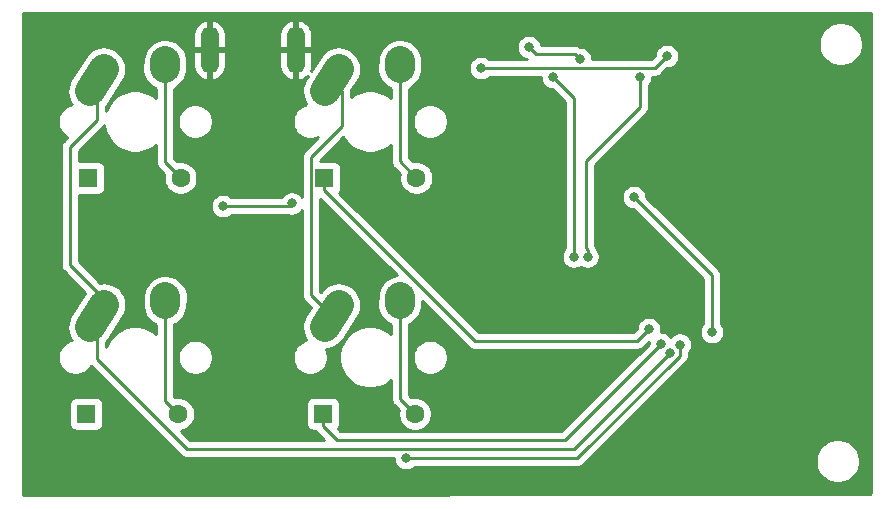
<source format=gtl>
G04 #@! TF.GenerationSoftware,KiCad,Pcbnew,(5.1.5)-3*
G04 #@! TF.CreationDate,2020-04-12T12:06:53+02:00*
G04 #@! TF.ProjectId,4Keys,344b6579-732e-46b6-9963-61645f706362,rev?*
G04 #@! TF.SameCoordinates,Original*
G04 #@! TF.FileFunction,Copper,L1,Top*
G04 #@! TF.FilePolarity,Positive*
%FSLAX46Y46*%
G04 Gerber Fmt 4.6, Leading zero omitted, Abs format (unit mm)*
G04 Created by KiCad (PCBNEW (5.1.5)-3) date 2020-04-12 12:06:53*
%MOMM*%
%LPD*%
G04 APERTURE LIST*
%ADD10R,1.600000X1.600000*%
%ADD11C,1.600000*%
%ADD12O,1.500000X4.000000*%
%ADD13C,2.500000*%
%ADD14C,0.800000*%
%ADD15C,0.250000*%
%ADD16C,0.254000*%
G04 APERTURE END LIST*
D10*
X107493750Y-59343750D03*
D11*
X115293750Y-59343750D03*
D10*
X107306250Y-79312500D03*
D11*
X115106250Y-79312500D03*
X135262500Y-59343750D03*
D10*
X127462500Y-59343750D03*
D11*
X135150000Y-79312500D03*
D10*
X127350000Y-79312500D03*
D12*
X117756250Y-48506250D03*
X125056250Y-48506250D03*
D13*
X113990974Y-49483172D02*
X113951526Y-50061828D01*
X108800712Y-50093685D02*
X107591788Y-51991315D01*
X108818212Y-70062435D02*
X107609288Y-71960065D01*
X114008474Y-69451922D02*
X113969026Y-70030578D01*
X128693212Y-50093685D02*
X127484288Y-51991315D01*
X133883474Y-49483172D02*
X133844026Y-50061828D01*
X133883474Y-69451922D02*
X133844026Y-70030578D01*
X128693212Y-70062435D02*
X127484288Y-71960065D01*
D14*
X166116000Y-60706000D03*
X164338000Y-59436000D03*
X146050000Y-52070000D03*
X146812000Y-66294000D03*
X147320000Y-70612000D03*
X154940000Y-72136000D03*
X118872000Y-61722000D03*
X124714000Y-61505000D03*
X155956000Y-73406000D03*
X140716000Y-50038000D03*
X156464000Y-49022000D03*
X156718000Y-74168000D03*
X157568750Y-73460892D03*
X134366000Y-83058000D03*
X160274000Y-72390000D03*
X153670000Y-60960000D03*
X148590000Y-66012400D03*
X146812000Y-50800000D03*
X149098000Y-49276000D03*
X144780000Y-48260000D03*
X149760599Y-66012400D03*
X154178000Y-50800000D03*
D15*
X166116000Y-60706000D02*
X164846000Y-59436000D01*
X164846000Y-59436000D02*
X164338000Y-59436000D01*
X146812000Y-66294000D02*
X147320000Y-66802000D01*
X147320000Y-66802000D02*
X147320000Y-70612000D01*
X113971250Y-58021250D02*
X115293750Y-59343750D01*
X113971250Y-49772500D02*
X113971250Y-58021250D01*
X154940000Y-72136000D02*
X153924000Y-73152000D01*
X127462500Y-60393750D02*
X127462500Y-59343750D01*
X140220750Y-73152000D02*
X127462500Y-60393750D01*
X153924000Y-73152000D02*
X140220750Y-73152000D01*
X118872000Y-61722000D02*
X124497000Y-61722000D01*
X124497000Y-61722000D02*
X124714000Y-61505000D01*
X113988750Y-78195000D02*
X115106250Y-79312500D01*
X113988750Y-69741250D02*
X113988750Y-78195000D01*
X155956000Y-73406000D02*
X147828000Y-81534000D01*
X127350000Y-80362500D02*
X127350000Y-79312500D01*
X128521500Y-81534000D02*
X127350000Y-80362500D01*
X147828000Y-81534000D02*
X128521500Y-81534000D01*
X133863750Y-57945000D02*
X135262500Y-59343750D01*
X133863750Y-49772500D02*
X133863750Y-57945000D01*
X133863750Y-78026250D02*
X135150000Y-79312500D01*
X133863750Y-69741250D02*
X133863750Y-78026250D01*
X140716000Y-50038000D02*
X155448000Y-50038000D01*
X155448000Y-50038000D02*
X156464000Y-49022000D01*
X108213750Y-68971049D02*
X105918000Y-66675299D01*
X108213750Y-71011250D02*
X108213750Y-68971049D01*
X108196250Y-54477834D02*
X108196250Y-53082701D01*
X108196250Y-53082701D02*
X108196250Y-51042500D01*
X105918000Y-56756084D02*
X108196250Y-54477834D01*
X105918000Y-66675299D02*
X105918000Y-56756084D01*
X156718000Y-74168000D02*
X148590000Y-82296000D01*
X108213750Y-73051451D02*
X108213750Y-71011250D01*
X108213750Y-74708224D02*
X108213750Y-73051451D01*
X115801526Y-82296000D02*
X108213750Y-74708224D01*
X148590000Y-82296000D02*
X115801526Y-82296000D01*
X128994093Y-51947843D02*
X128994093Y-54901907D01*
X128088750Y-51042500D02*
X128994093Y-51947843D01*
X127183407Y-70105907D02*
X128088750Y-71011250D01*
X126337499Y-57558501D02*
X126337499Y-69259999D01*
X126337499Y-69259999D02*
X127183407Y-70105907D01*
X128994093Y-54901907D02*
X126337499Y-57558501D01*
X157568750Y-73460892D02*
X157568750Y-74390252D01*
X148901002Y-83058000D02*
X134366000Y-83058000D01*
X157568750Y-74390252D02*
X148901002Y-83058000D01*
X160274000Y-72390000D02*
X160274000Y-67564000D01*
X160274000Y-67564000D02*
X153670000Y-60960000D01*
X148590000Y-66012400D02*
X148590000Y-52578000D01*
X148590000Y-52578000D02*
X146812000Y-50800000D01*
X148698001Y-48876001D02*
X145396001Y-48876001D01*
X149098000Y-49276000D02*
X148698001Y-48876001D01*
X145396001Y-48876001D02*
X144780000Y-48260000D01*
X149760599Y-65446715D02*
X149606000Y-65292116D01*
X149760599Y-66012400D02*
X149760599Y-65446715D01*
X149606000Y-65292116D02*
X149606000Y-57912000D01*
X149606000Y-57912000D02*
X154178000Y-53340000D01*
X154178000Y-53340000D02*
X154178000Y-50800000D01*
D16*
G36*
X173779250Y-86042627D02*
G01*
X173681742Y-86123292D01*
X101939500Y-86216585D01*
X101939500Y-78512500D01*
X105868178Y-78512500D01*
X105868178Y-80112500D01*
X105880438Y-80236982D01*
X105916748Y-80356680D01*
X105975713Y-80466994D01*
X106055065Y-80563685D01*
X106151756Y-80643037D01*
X106262070Y-80702002D01*
X106381768Y-80738312D01*
X106506250Y-80750572D01*
X108106250Y-80750572D01*
X108230732Y-80738312D01*
X108350430Y-80702002D01*
X108460744Y-80643037D01*
X108557435Y-80563685D01*
X108636787Y-80466994D01*
X108695752Y-80356680D01*
X108732062Y-80236982D01*
X108744322Y-80112500D01*
X108744322Y-78512500D01*
X108732062Y-78388018D01*
X108695752Y-78268320D01*
X108636787Y-78158006D01*
X108557435Y-78061315D01*
X108460744Y-77981963D01*
X108350430Y-77922998D01*
X108230732Y-77886688D01*
X108106250Y-77874428D01*
X106506250Y-77874428D01*
X106381768Y-77886688D01*
X106262070Y-77922998D01*
X106151756Y-77981963D01*
X106055065Y-78061315D01*
X105975713Y-78158006D01*
X105916748Y-78268320D01*
X105880438Y-78388018D01*
X105868178Y-78512500D01*
X101939500Y-78512500D01*
X101939500Y-54416152D01*
X104885350Y-54416152D01*
X104885350Y-54708848D01*
X104942452Y-54995921D01*
X105054462Y-55266338D01*
X105217076Y-55509706D01*
X105424044Y-55716674D01*
X105667412Y-55879288D01*
X105704594Y-55894689D01*
X105406998Y-56192285D01*
X105378000Y-56216083D01*
X105354202Y-56245081D01*
X105354201Y-56245082D01*
X105283026Y-56331808D01*
X105212454Y-56463838D01*
X105168998Y-56607099D01*
X105154324Y-56756084D01*
X105158001Y-56793416D01*
X105158000Y-66637977D01*
X105154324Y-66675299D01*
X105158000Y-66712621D01*
X105158000Y-66712631D01*
X105168997Y-66824284D01*
X105200770Y-66929026D01*
X105212454Y-66967545D01*
X105283026Y-67099575D01*
X105315975Y-67139723D01*
X105377999Y-67215300D01*
X105407003Y-67239103D01*
X107224180Y-69056281D01*
X105969743Y-71025351D01*
X105843954Y-71273564D01*
X105743944Y-71631154D01*
X105715619Y-72001385D01*
X105760067Y-72370027D01*
X105875578Y-72722914D01*
X106057716Y-73046487D01*
X106083804Y-73076897D01*
X105955329Y-73102452D01*
X105684912Y-73214462D01*
X105441544Y-73377076D01*
X105234576Y-73584044D01*
X105071962Y-73827412D01*
X104959952Y-74097829D01*
X104902850Y-74384902D01*
X104902850Y-74677598D01*
X104959952Y-74964671D01*
X105071962Y-75235088D01*
X105234576Y-75478456D01*
X105441544Y-75685424D01*
X105684912Y-75848038D01*
X105955329Y-75960048D01*
X106242402Y-76017150D01*
X106535098Y-76017150D01*
X106822171Y-75960048D01*
X107092588Y-75848038D01*
X107335956Y-75685424D01*
X107542924Y-75478456D01*
X107688611Y-75260422D01*
X107702753Y-75272028D01*
X115237727Y-82807003D01*
X115261525Y-82836001D01*
X115377250Y-82930974D01*
X115509279Y-83001546D01*
X115652540Y-83045003D01*
X115764193Y-83056000D01*
X115764201Y-83056000D01*
X115801526Y-83059676D01*
X115838851Y-83056000D01*
X133331000Y-83056000D01*
X133331000Y-83159939D01*
X133370774Y-83359898D01*
X133448795Y-83548256D01*
X133562063Y-83717774D01*
X133706226Y-83861937D01*
X133875744Y-83975205D01*
X134064102Y-84053226D01*
X134264061Y-84093000D01*
X134467939Y-84093000D01*
X134667898Y-84053226D01*
X134856256Y-83975205D01*
X135025774Y-83861937D01*
X135069711Y-83818000D01*
X148863680Y-83818000D01*
X148901002Y-83821676D01*
X148938324Y-83818000D01*
X148938335Y-83818000D01*
X149049988Y-83807003D01*
X149193249Y-83763546D01*
X149325278Y-83692974D01*
X149441003Y-83598001D01*
X149464806Y-83568997D01*
X149907459Y-83126344D01*
X169057000Y-83126344D01*
X169057000Y-83497656D01*
X169129439Y-83861834D01*
X169271534Y-84204882D01*
X169477825Y-84513618D01*
X169740382Y-84776175D01*
X170049118Y-84982466D01*
X170392166Y-85124561D01*
X170756344Y-85197000D01*
X171127656Y-85197000D01*
X171491834Y-85124561D01*
X171834882Y-84982466D01*
X172143618Y-84776175D01*
X172406175Y-84513618D01*
X172612466Y-84204882D01*
X172754561Y-83861834D01*
X172827000Y-83497656D01*
X172827000Y-83126344D01*
X172754561Y-82762166D01*
X172612466Y-82419118D01*
X172406175Y-82110382D01*
X172143618Y-81847825D01*
X171834882Y-81641534D01*
X171491834Y-81499439D01*
X171127656Y-81427000D01*
X170756344Y-81427000D01*
X170392166Y-81499439D01*
X170049118Y-81641534D01*
X169740382Y-81847825D01*
X169477825Y-82110382D01*
X169271534Y-82419118D01*
X169129439Y-82762166D01*
X169057000Y-83126344D01*
X149907459Y-83126344D01*
X158079753Y-74954051D01*
X158108751Y-74930253D01*
X158203724Y-74814528D01*
X158274296Y-74682499D01*
X158317753Y-74539238D01*
X158328750Y-74427585D01*
X158328750Y-74427577D01*
X158332426Y-74390252D01*
X158328750Y-74352927D01*
X158328750Y-74164603D01*
X158372687Y-74120666D01*
X158485955Y-73951148D01*
X158563976Y-73762790D01*
X158603750Y-73562831D01*
X158603750Y-73358953D01*
X158563976Y-73158994D01*
X158485955Y-72970636D01*
X158372687Y-72801118D01*
X158228524Y-72656955D01*
X158059006Y-72543687D01*
X157870648Y-72465666D01*
X157670689Y-72425892D01*
X157466811Y-72425892D01*
X157266852Y-72465666D01*
X157078494Y-72543687D01*
X156908976Y-72656955D01*
X156783877Y-72782054D01*
X156759937Y-72746226D01*
X156615774Y-72602063D01*
X156446256Y-72488795D01*
X156257898Y-72410774D01*
X156057939Y-72371000D01*
X155948533Y-72371000D01*
X155975000Y-72237939D01*
X155975000Y-72034061D01*
X155935226Y-71834102D01*
X155857205Y-71645744D01*
X155743937Y-71476226D01*
X155599774Y-71332063D01*
X155430256Y-71218795D01*
X155241898Y-71140774D01*
X155041939Y-71101000D01*
X154838061Y-71101000D01*
X154638102Y-71140774D01*
X154449744Y-71218795D01*
X154280226Y-71332063D01*
X154136063Y-71476226D01*
X154022795Y-71645744D01*
X153944774Y-71834102D01*
X153905000Y-72034061D01*
X153905000Y-72096198D01*
X153609199Y-72392000D01*
X140535552Y-72392000D01*
X128724864Y-60581313D01*
X128793037Y-60498244D01*
X128852002Y-60387930D01*
X128888312Y-60268232D01*
X128900572Y-60143750D01*
X128900572Y-58543750D01*
X128888312Y-58419268D01*
X128852002Y-58299570D01*
X128793037Y-58189256D01*
X128713685Y-58092565D01*
X128616994Y-58013213D01*
X128506680Y-57954248D01*
X128386982Y-57917938D01*
X128262500Y-57905678D01*
X127097499Y-57905678D01*
X127097499Y-57873302D01*
X129073731Y-55897071D01*
X129301750Y-56238326D01*
X129667924Y-56604500D01*
X130098499Y-56892201D01*
X130576928Y-57090373D01*
X131084826Y-57191400D01*
X131602674Y-57191400D01*
X132110572Y-57090373D01*
X132589001Y-56892201D01*
X133019576Y-56604500D01*
X133103751Y-56520325D01*
X133103751Y-57907668D01*
X133100074Y-57945000D01*
X133103751Y-57982333D01*
X133112590Y-58072070D01*
X133114748Y-58093985D01*
X133158204Y-58237246D01*
X133228776Y-58369276D01*
X133299951Y-58456002D01*
X133323750Y-58485001D01*
X133352748Y-58508799D01*
X133863812Y-59019864D01*
X133827500Y-59202415D01*
X133827500Y-59485085D01*
X133882647Y-59762324D01*
X133990820Y-60023477D01*
X134147863Y-60258509D01*
X134347741Y-60458387D01*
X134582773Y-60615430D01*
X134843926Y-60723603D01*
X135121165Y-60778750D01*
X135403835Y-60778750D01*
X135681074Y-60723603D01*
X135942227Y-60615430D01*
X136177259Y-60458387D01*
X136377137Y-60258509D01*
X136534180Y-60023477D01*
X136642353Y-59762324D01*
X136697500Y-59485085D01*
X136697500Y-59202415D01*
X136642353Y-58925176D01*
X136534180Y-58664023D01*
X136377137Y-58428991D01*
X136177259Y-58229113D01*
X135942227Y-58072070D01*
X135681074Y-57963897D01*
X135403835Y-57908750D01*
X135121165Y-57908750D01*
X134938614Y-57945062D01*
X134623750Y-57630199D01*
X134623750Y-54416152D01*
X134937850Y-54416152D01*
X134937850Y-54708848D01*
X134994952Y-54995921D01*
X135106962Y-55266338D01*
X135269576Y-55509706D01*
X135476544Y-55716674D01*
X135719912Y-55879288D01*
X135990329Y-55991298D01*
X136277402Y-56048400D01*
X136570098Y-56048400D01*
X136857171Y-55991298D01*
X137127588Y-55879288D01*
X137370956Y-55716674D01*
X137577924Y-55509706D01*
X137740538Y-55266338D01*
X137852548Y-54995921D01*
X137909650Y-54708848D01*
X137909650Y-54416152D01*
X137852548Y-54129079D01*
X137740538Y-53858662D01*
X137577924Y-53615294D01*
X137370956Y-53408326D01*
X137127588Y-53245712D01*
X136857171Y-53133702D01*
X136570098Y-53076600D01*
X136277402Y-53076600D01*
X135990329Y-53133702D01*
X135719912Y-53245712D01*
X135476544Y-53408326D01*
X135269576Y-53615294D01*
X135106962Y-53858662D01*
X134994952Y-54129079D01*
X134937850Y-54416152D01*
X134623750Y-54416152D01*
X134623750Y-51778015D01*
X134786790Y-51704656D01*
X135089175Y-51489165D01*
X135343709Y-51218823D01*
X135540613Y-50904017D01*
X135672316Y-50556847D01*
X135718363Y-50282416D01*
X135741974Y-49936061D01*
X139681000Y-49936061D01*
X139681000Y-50139939D01*
X139720774Y-50339898D01*
X139798795Y-50528256D01*
X139912063Y-50697774D01*
X140056226Y-50841937D01*
X140225744Y-50955205D01*
X140414102Y-51033226D01*
X140614061Y-51073000D01*
X140817939Y-51073000D01*
X141017898Y-51033226D01*
X141206256Y-50955205D01*
X141375774Y-50841937D01*
X141419711Y-50798000D01*
X145777000Y-50798000D01*
X145777000Y-50901939D01*
X145816774Y-51101898D01*
X145894795Y-51290256D01*
X146008063Y-51459774D01*
X146152226Y-51603937D01*
X146321744Y-51717205D01*
X146510102Y-51795226D01*
X146710061Y-51835000D01*
X146772199Y-51835000D01*
X147830001Y-52892803D01*
X147830000Y-65308689D01*
X147786063Y-65352626D01*
X147672795Y-65522144D01*
X147594774Y-65710502D01*
X147555000Y-65910461D01*
X147555000Y-66114339D01*
X147594774Y-66314298D01*
X147672795Y-66502656D01*
X147786063Y-66672174D01*
X147930226Y-66816337D01*
X148099744Y-66929605D01*
X148288102Y-67007626D01*
X148488061Y-67047400D01*
X148691939Y-67047400D01*
X148891898Y-67007626D01*
X149080256Y-66929605D01*
X149175300Y-66866099D01*
X149270343Y-66929605D01*
X149458701Y-67007626D01*
X149658660Y-67047400D01*
X149862538Y-67047400D01*
X150062497Y-67007626D01*
X150250855Y-66929605D01*
X150420373Y-66816337D01*
X150564536Y-66672174D01*
X150677804Y-66502656D01*
X150755825Y-66314298D01*
X150795599Y-66114339D01*
X150795599Y-65910461D01*
X150755825Y-65710502D01*
X150677804Y-65522144D01*
X150564536Y-65352626D01*
X150509586Y-65297676D01*
X150466145Y-65154468D01*
X150395573Y-65022439D01*
X150366000Y-64986404D01*
X150366000Y-60858061D01*
X152635000Y-60858061D01*
X152635000Y-61061939D01*
X152674774Y-61261898D01*
X152752795Y-61450256D01*
X152866063Y-61619774D01*
X153010226Y-61763937D01*
X153179744Y-61877205D01*
X153368102Y-61955226D01*
X153568061Y-61995000D01*
X153630199Y-61995000D01*
X159514001Y-67878803D01*
X159514000Y-71686289D01*
X159470063Y-71730226D01*
X159356795Y-71899744D01*
X159278774Y-72088102D01*
X159239000Y-72288061D01*
X159239000Y-72491939D01*
X159278774Y-72691898D01*
X159356795Y-72880256D01*
X159470063Y-73049774D01*
X159614226Y-73193937D01*
X159783744Y-73307205D01*
X159972102Y-73385226D01*
X160172061Y-73425000D01*
X160375939Y-73425000D01*
X160575898Y-73385226D01*
X160764256Y-73307205D01*
X160933774Y-73193937D01*
X161077937Y-73049774D01*
X161191205Y-72880256D01*
X161269226Y-72691898D01*
X161309000Y-72491939D01*
X161309000Y-72288061D01*
X161269226Y-72088102D01*
X161191205Y-71899744D01*
X161077937Y-71730226D01*
X161034000Y-71686289D01*
X161034000Y-67601322D01*
X161037676Y-67563999D01*
X161034000Y-67526676D01*
X161034000Y-67526667D01*
X161023003Y-67415014D01*
X160979546Y-67271753D01*
X160908974Y-67139724D01*
X160814001Y-67023999D01*
X160785003Y-67000201D01*
X154705000Y-60920199D01*
X154705000Y-60858061D01*
X154665226Y-60658102D01*
X154587205Y-60469744D01*
X154473937Y-60300226D01*
X154329774Y-60156063D01*
X154160256Y-60042795D01*
X153971898Y-59964774D01*
X153771939Y-59925000D01*
X153568061Y-59925000D01*
X153368102Y-59964774D01*
X153179744Y-60042795D01*
X153010226Y-60156063D01*
X152866063Y-60300226D01*
X152752795Y-60469744D01*
X152674774Y-60658102D01*
X152635000Y-60858061D01*
X150366000Y-60858061D01*
X150366000Y-58226801D01*
X154689009Y-53903794D01*
X154718001Y-53880001D01*
X154741795Y-53851008D01*
X154741799Y-53851004D01*
X154812973Y-53764277D01*
X154812974Y-53764276D01*
X154883546Y-53632247D01*
X154927003Y-53488986D01*
X154938000Y-53377333D01*
X154938000Y-53377324D01*
X154941676Y-53340001D01*
X154938000Y-53302678D01*
X154938000Y-51503711D01*
X154981937Y-51459774D01*
X155095205Y-51290256D01*
X155173226Y-51101898D01*
X155213000Y-50901939D01*
X155213000Y-50798000D01*
X155410678Y-50798000D01*
X155448000Y-50801676D01*
X155485322Y-50798000D01*
X155485333Y-50798000D01*
X155596986Y-50787003D01*
X155740247Y-50743546D01*
X155872276Y-50672974D01*
X155988001Y-50578001D01*
X156011804Y-50548998D01*
X156503802Y-50057000D01*
X156565939Y-50057000D01*
X156765898Y-50017226D01*
X156954256Y-49939205D01*
X157123774Y-49825937D01*
X157267937Y-49681774D01*
X157381205Y-49512256D01*
X157459226Y-49323898D01*
X157499000Y-49123939D01*
X157499000Y-48920061D01*
X157459226Y-48720102D01*
X157381205Y-48531744D01*
X157267937Y-48362226D01*
X157123774Y-48218063D01*
X156954256Y-48104795D01*
X156765898Y-48026774D01*
X156565939Y-47987000D01*
X156362061Y-47987000D01*
X156162102Y-48026774D01*
X155973744Y-48104795D01*
X155804226Y-48218063D01*
X155660063Y-48362226D01*
X155546795Y-48531744D01*
X155468774Y-48720102D01*
X155429000Y-48920061D01*
X155429000Y-48982198D01*
X155133199Y-49278000D01*
X150133000Y-49278000D01*
X150133000Y-49174061D01*
X150093226Y-48974102D01*
X150015205Y-48785744D01*
X149901937Y-48616226D01*
X149757774Y-48472063D01*
X149588256Y-48358795D01*
X149399898Y-48280774D01*
X149199939Y-48241000D01*
X149122226Y-48241000D01*
X148990248Y-48170455D01*
X148846987Y-48126998D01*
X148735334Y-48116001D01*
X148735323Y-48116001D01*
X148698001Y-48112325D01*
X148660679Y-48116001D01*
X145806634Y-48116001D01*
X145775226Y-47958102D01*
X145718165Y-47820344D01*
X169311000Y-47820344D01*
X169311000Y-48191656D01*
X169383439Y-48555834D01*
X169525534Y-48898882D01*
X169731825Y-49207618D01*
X169994382Y-49470175D01*
X170303118Y-49676466D01*
X170646166Y-49818561D01*
X171010344Y-49891000D01*
X171381656Y-49891000D01*
X171745834Y-49818561D01*
X172088882Y-49676466D01*
X172397618Y-49470175D01*
X172660175Y-49207618D01*
X172866466Y-48898882D01*
X173008561Y-48555834D01*
X173081000Y-48191656D01*
X173081000Y-47820344D01*
X173008561Y-47456166D01*
X172866466Y-47113118D01*
X172660175Y-46804382D01*
X172397618Y-46541825D01*
X172088882Y-46335534D01*
X171745834Y-46193439D01*
X171381656Y-46121000D01*
X171010344Y-46121000D01*
X170646166Y-46193439D01*
X170303118Y-46335534D01*
X169994382Y-46541825D01*
X169731825Y-46804382D01*
X169525534Y-47113118D01*
X169383439Y-47456166D01*
X169311000Y-47820344D01*
X145718165Y-47820344D01*
X145697205Y-47769744D01*
X145583937Y-47600226D01*
X145439774Y-47456063D01*
X145270256Y-47342795D01*
X145081898Y-47264774D01*
X144881939Y-47225000D01*
X144678061Y-47225000D01*
X144478102Y-47264774D01*
X144289744Y-47342795D01*
X144120226Y-47456063D01*
X143976063Y-47600226D01*
X143862795Y-47769744D01*
X143784774Y-47958102D01*
X143745000Y-48158061D01*
X143745000Y-48361939D01*
X143784774Y-48561898D01*
X143862795Y-48750256D01*
X143976063Y-48919774D01*
X144120226Y-49063937D01*
X144289744Y-49177205D01*
X144478102Y-49255226D01*
X144592596Y-49278000D01*
X141419711Y-49278000D01*
X141375774Y-49234063D01*
X141206256Y-49120795D01*
X141017898Y-49042774D01*
X140817939Y-49003000D01*
X140614061Y-49003000D01*
X140414102Y-49042774D01*
X140225744Y-49120795D01*
X140056226Y-49234063D01*
X139912063Y-49378226D01*
X139798795Y-49547744D01*
X139720774Y-49736102D01*
X139681000Y-49936061D01*
X135741974Y-49936061D01*
X135770406Y-49518996D01*
X135762029Y-49240855D01*
X135678660Y-48879023D01*
X135526302Y-48540408D01*
X135310811Y-48238023D01*
X135040469Y-47983489D01*
X134725663Y-47786586D01*
X134378493Y-47654882D01*
X134012300Y-47593439D01*
X133641157Y-47604617D01*
X133279325Y-47687986D01*
X132940710Y-47840344D01*
X132638325Y-48055835D01*
X132383791Y-48326177D01*
X132186887Y-48640983D01*
X132055184Y-48988153D01*
X132009137Y-49262584D01*
X131957094Y-50026005D01*
X131965471Y-50304145D01*
X132048840Y-50665977D01*
X132201198Y-51004592D01*
X132416689Y-51306977D01*
X132687031Y-51561511D01*
X133001837Y-51758415D01*
X133103750Y-51797077D01*
X133103750Y-52604674D01*
X133019576Y-52520500D01*
X132589001Y-52232799D01*
X132110572Y-52034627D01*
X131602674Y-51933600D01*
X131084826Y-51933600D01*
X130576928Y-52034627D01*
X130098499Y-52232799D01*
X129754093Y-52462924D01*
X129754093Y-51985165D01*
X129757769Y-51947842D01*
X129756328Y-51933211D01*
X130332756Y-51028400D01*
X130458546Y-50780188D01*
X130558555Y-50422597D01*
X130586881Y-50052366D01*
X130542433Y-49683723D01*
X130426921Y-49330836D01*
X130244784Y-49007263D01*
X130003020Y-48725442D01*
X129710921Y-48496201D01*
X129379713Y-48328351D01*
X129022123Y-48228342D01*
X128651891Y-48200017D01*
X128283249Y-48244464D01*
X127930361Y-48359976D01*
X127606789Y-48542113D01*
X127324968Y-48783877D01*
X127153172Y-49002780D01*
X126333842Y-50288870D01*
X126389861Y-50151010D01*
X126441250Y-49883250D01*
X126441250Y-48633250D01*
X125183250Y-48633250D01*
X125183250Y-50975906D01*
X125397435Y-51098568D01*
X125468934Y-51084423D01*
X125720118Y-50978392D01*
X125945790Y-50825395D01*
X126076325Y-50693090D01*
X125844743Y-51056601D01*
X125718954Y-51304814D01*
X125618944Y-51662404D01*
X125590619Y-52032635D01*
X125635067Y-52401277D01*
X125750578Y-52754164D01*
X125932716Y-53077737D01*
X125958804Y-53108147D01*
X125830329Y-53133702D01*
X125559912Y-53245712D01*
X125316544Y-53408326D01*
X125109576Y-53615294D01*
X124946962Y-53858662D01*
X124834952Y-54129079D01*
X124777850Y-54416152D01*
X124777850Y-54708848D01*
X124834952Y-54995921D01*
X124946962Y-55266338D01*
X125109576Y-55509706D01*
X125316544Y-55716674D01*
X125559912Y-55879288D01*
X125830329Y-55991298D01*
X126117402Y-56048400D01*
X126410098Y-56048400D01*
X126697171Y-55991298D01*
X126923754Y-55897445D01*
X125826502Y-56994697D01*
X125797498Y-57018500D01*
X125742370Y-57085675D01*
X125702525Y-57134225D01*
X125663918Y-57206454D01*
X125631953Y-57266255D01*
X125588496Y-57409516D01*
X125577499Y-57521169D01*
X125577499Y-57521179D01*
X125573823Y-57558501D01*
X125577499Y-57595823D01*
X125577499Y-60934368D01*
X125517937Y-60845226D01*
X125373774Y-60701063D01*
X125204256Y-60587795D01*
X125015898Y-60509774D01*
X124815939Y-60470000D01*
X124612061Y-60470000D01*
X124412102Y-60509774D01*
X124223744Y-60587795D01*
X124054226Y-60701063D01*
X123910063Y-60845226D01*
X123832037Y-60962000D01*
X119575711Y-60962000D01*
X119531774Y-60918063D01*
X119362256Y-60804795D01*
X119173898Y-60726774D01*
X118973939Y-60687000D01*
X118770061Y-60687000D01*
X118570102Y-60726774D01*
X118381744Y-60804795D01*
X118212226Y-60918063D01*
X118068063Y-61062226D01*
X117954795Y-61231744D01*
X117876774Y-61420102D01*
X117837000Y-61620061D01*
X117837000Y-61823939D01*
X117876774Y-62023898D01*
X117954795Y-62212256D01*
X118068063Y-62381774D01*
X118212226Y-62525937D01*
X118381744Y-62639205D01*
X118570102Y-62717226D01*
X118770061Y-62757000D01*
X118973939Y-62757000D01*
X119173898Y-62717226D01*
X119362256Y-62639205D01*
X119531774Y-62525937D01*
X119575711Y-62482000D01*
X124368101Y-62482000D01*
X124412102Y-62500226D01*
X124612061Y-62540000D01*
X124815939Y-62540000D01*
X125015898Y-62500226D01*
X125204256Y-62422205D01*
X125373774Y-62308937D01*
X125517937Y-62164774D01*
X125577499Y-62075632D01*
X125577500Y-69222667D01*
X125573823Y-69259999D01*
X125588497Y-69408984D01*
X125631953Y-69552245D01*
X125702525Y-69684275D01*
X125731887Y-69720052D01*
X125797499Y-69800000D01*
X125826497Y-69823798D01*
X126305230Y-70302532D01*
X125844743Y-71025351D01*
X125718954Y-71273564D01*
X125618944Y-71631154D01*
X125590619Y-72001385D01*
X125635067Y-72370027D01*
X125750578Y-72722914D01*
X125932716Y-73046487D01*
X125958804Y-73076897D01*
X125830329Y-73102452D01*
X125559912Y-73214462D01*
X125316544Y-73377076D01*
X125109576Y-73584044D01*
X124946962Y-73827412D01*
X124834952Y-74097829D01*
X124777850Y-74384902D01*
X124777850Y-74677598D01*
X124834952Y-74964671D01*
X124946962Y-75235088D01*
X125109576Y-75478456D01*
X125316544Y-75685424D01*
X125559912Y-75848038D01*
X125830329Y-75960048D01*
X126117402Y-76017150D01*
X126410098Y-76017150D01*
X126697171Y-75960048D01*
X126967588Y-75848038D01*
X127210956Y-75685424D01*
X127417924Y-75478456D01*
X127580538Y-75235088D01*
X127692548Y-74964671D01*
X127749650Y-74677598D01*
X127749650Y-74384902D01*
X127692548Y-74097829D01*
X127588309Y-73846174D01*
X127894250Y-73809286D01*
X128247137Y-73693775D01*
X128570710Y-73511637D01*
X128852532Y-73269873D01*
X129024328Y-73050970D01*
X130332756Y-70997150D01*
X130458546Y-70748938D01*
X130558555Y-70391347D01*
X130586881Y-70021116D01*
X130542433Y-69652473D01*
X130426921Y-69299586D01*
X130244784Y-68976013D01*
X130003020Y-68694192D01*
X129710921Y-68464951D01*
X129379713Y-68297101D01*
X129022123Y-68197092D01*
X128651891Y-68168767D01*
X128283249Y-68213214D01*
X127930361Y-68328726D01*
X127606789Y-68510863D01*
X127324968Y-68752627D01*
X127153172Y-68971530D01*
X127141754Y-68989453D01*
X127097499Y-68945198D01*
X127097499Y-61103550D01*
X133581143Y-67587195D01*
X133279325Y-67656736D01*
X132940710Y-67809094D01*
X132638325Y-68024585D01*
X132383791Y-68294927D01*
X132186887Y-68609733D01*
X132055184Y-68956903D01*
X132009137Y-69231334D01*
X131957094Y-69994755D01*
X131965471Y-70272895D01*
X132048840Y-70634727D01*
X132201198Y-70973342D01*
X132416689Y-71275727D01*
X132687031Y-71530261D01*
X133001837Y-71727165D01*
X133103750Y-71765827D01*
X133103750Y-72573424D01*
X133019576Y-72489250D01*
X132589001Y-72201549D01*
X132110572Y-72003377D01*
X131602674Y-71902350D01*
X131084826Y-71902350D01*
X130576928Y-72003377D01*
X130098499Y-72201549D01*
X129667924Y-72489250D01*
X129301750Y-72855424D01*
X129014049Y-73285999D01*
X128815877Y-73764428D01*
X128714850Y-74272326D01*
X128714850Y-74790174D01*
X128815877Y-75298072D01*
X129014049Y-75776501D01*
X129301750Y-76207076D01*
X129667924Y-76573250D01*
X130098499Y-76860951D01*
X130576928Y-77059123D01*
X131084826Y-77160150D01*
X131602674Y-77160150D01*
X132110572Y-77059123D01*
X132589001Y-76860951D01*
X133019576Y-76573250D01*
X133103751Y-76489075D01*
X133103751Y-77988918D01*
X133100074Y-78026250D01*
X133114748Y-78175235D01*
X133158204Y-78318496D01*
X133228776Y-78450526D01*
X133299951Y-78537252D01*
X133323750Y-78566251D01*
X133352748Y-78590049D01*
X133751312Y-78988614D01*
X133715000Y-79171165D01*
X133715000Y-79453835D01*
X133770147Y-79731074D01*
X133878320Y-79992227D01*
X134035363Y-80227259D01*
X134235241Y-80427137D01*
X134470273Y-80584180D01*
X134731426Y-80692353D01*
X135008665Y-80747500D01*
X135291335Y-80747500D01*
X135568574Y-80692353D01*
X135829727Y-80584180D01*
X136064759Y-80427137D01*
X136264637Y-80227259D01*
X136421680Y-79992227D01*
X136529853Y-79731074D01*
X136585000Y-79453835D01*
X136585000Y-79171165D01*
X136529853Y-78893926D01*
X136421680Y-78632773D01*
X136264637Y-78397741D01*
X136064759Y-78197863D01*
X135829727Y-78040820D01*
X135568574Y-77932647D01*
X135291335Y-77877500D01*
X135008665Y-77877500D01*
X134826114Y-77913812D01*
X134623750Y-77711449D01*
X134623750Y-74384902D01*
X134937850Y-74384902D01*
X134937850Y-74677598D01*
X134994952Y-74964671D01*
X135106962Y-75235088D01*
X135269576Y-75478456D01*
X135476544Y-75685424D01*
X135719912Y-75848038D01*
X135990329Y-75960048D01*
X136277402Y-76017150D01*
X136570098Y-76017150D01*
X136857171Y-75960048D01*
X137127588Y-75848038D01*
X137370956Y-75685424D01*
X137577924Y-75478456D01*
X137740538Y-75235088D01*
X137852548Y-74964671D01*
X137909650Y-74677598D01*
X137909650Y-74384902D01*
X137852548Y-74097829D01*
X137740538Y-73827412D01*
X137577924Y-73584044D01*
X137370956Y-73377076D01*
X137127588Y-73214462D01*
X136857171Y-73102452D01*
X136570098Y-73045350D01*
X136277402Y-73045350D01*
X135990329Y-73102452D01*
X135719912Y-73214462D01*
X135476544Y-73377076D01*
X135269576Y-73584044D01*
X135106962Y-73827412D01*
X134994952Y-74097829D01*
X134937850Y-74384902D01*
X134623750Y-74384902D01*
X134623750Y-71746765D01*
X134786790Y-71673406D01*
X135089175Y-71457915D01*
X135343709Y-71187573D01*
X135540613Y-70872767D01*
X135672316Y-70525597D01*
X135718363Y-70251166D01*
X135751980Y-69758032D01*
X139656951Y-73663003D01*
X139680749Y-73692001D01*
X139796474Y-73786974D01*
X139928503Y-73857546D01*
X140071764Y-73901003D01*
X140183417Y-73912000D01*
X140183426Y-73912000D01*
X140220749Y-73915676D01*
X140258072Y-73912000D01*
X153886678Y-73912000D01*
X153924000Y-73915676D01*
X153961322Y-73912000D01*
X153961333Y-73912000D01*
X154072986Y-73901003D01*
X154216247Y-73857546D01*
X154348276Y-73786974D01*
X154464001Y-73692001D01*
X154487804Y-73662998D01*
X154939439Y-73211363D01*
X154921000Y-73304061D01*
X154921000Y-73366198D01*
X147513199Y-80774000D01*
X128836302Y-80774000D01*
X128612364Y-80550063D01*
X128680537Y-80466994D01*
X128739502Y-80356680D01*
X128775812Y-80236982D01*
X128788072Y-80112500D01*
X128788072Y-78512500D01*
X128775812Y-78388018D01*
X128739502Y-78268320D01*
X128680537Y-78158006D01*
X128601185Y-78061315D01*
X128504494Y-77981963D01*
X128394180Y-77922998D01*
X128274482Y-77886688D01*
X128150000Y-77874428D01*
X126550000Y-77874428D01*
X126425518Y-77886688D01*
X126305820Y-77922998D01*
X126195506Y-77981963D01*
X126098815Y-78061315D01*
X126019463Y-78158006D01*
X125960498Y-78268320D01*
X125924188Y-78388018D01*
X125911928Y-78512500D01*
X125911928Y-80112500D01*
X125924188Y-80236982D01*
X125960498Y-80356680D01*
X126019463Y-80466994D01*
X126098815Y-80563685D01*
X126195506Y-80643037D01*
X126305820Y-80702002D01*
X126425518Y-80738312D01*
X126550000Y-80750572D01*
X126695674Y-80750572D01*
X126715026Y-80786776D01*
X126749231Y-80828454D01*
X126809999Y-80902501D01*
X126839003Y-80926304D01*
X127448698Y-81536000D01*
X116116328Y-81536000D01*
X115314515Y-80734187D01*
X115524824Y-80692353D01*
X115785977Y-80584180D01*
X116021009Y-80427137D01*
X116220887Y-80227259D01*
X116377930Y-79992227D01*
X116486103Y-79731074D01*
X116541250Y-79453835D01*
X116541250Y-79171165D01*
X116486103Y-78893926D01*
X116377930Y-78632773D01*
X116220887Y-78397741D01*
X116021009Y-78197863D01*
X115785977Y-78040820D01*
X115524824Y-77932647D01*
X115247585Y-77877500D01*
X114964915Y-77877500D01*
X114782363Y-77913812D01*
X114748750Y-77880199D01*
X114748750Y-74384902D01*
X115062850Y-74384902D01*
X115062850Y-74677598D01*
X115119952Y-74964671D01*
X115231962Y-75235088D01*
X115394576Y-75478456D01*
X115601544Y-75685424D01*
X115844912Y-75848038D01*
X116115329Y-75960048D01*
X116402402Y-76017150D01*
X116695098Y-76017150D01*
X116982171Y-75960048D01*
X117252588Y-75848038D01*
X117495956Y-75685424D01*
X117702924Y-75478456D01*
X117865538Y-75235088D01*
X117977548Y-74964671D01*
X118034650Y-74677598D01*
X118034650Y-74384902D01*
X117977548Y-74097829D01*
X117865538Y-73827412D01*
X117702924Y-73584044D01*
X117495956Y-73377076D01*
X117252588Y-73214462D01*
X116982171Y-73102452D01*
X116695098Y-73045350D01*
X116402402Y-73045350D01*
X116115329Y-73102452D01*
X115844912Y-73214462D01*
X115601544Y-73377076D01*
X115394576Y-73584044D01*
X115231962Y-73827412D01*
X115119952Y-74097829D01*
X115062850Y-74384902D01*
X114748750Y-74384902D01*
X114748750Y-71746765D01*
X114911790Y-71673406D01*
X115214175Y-71457915D01*
X115468709Y-71187573D01*
X115665613Y-70872767D01*
X115797316Y-70525597D01*
X115843363Y-70251166D01*
X115895406Y-69487746D01*
X115887029Y-69209605D01*
X115803660Y-68847773D01*
X115651302Y-68509158D01*
X115435811Y-68206773D01*
X115165469Y-67952239D01*
X114850663Y-67755336D01*
X114503493Y-67623632D01*
X114137300Y-67562189D01*
X113766157Y-67573367D01*
X113404325Y-67656736D01*
X113065710Y-67809094D01*
X112763325Y-68024585D01*
X112508791Y-68294927D01*
X112311887Y-68609733D01*
X112180184Y-68956903D01*
X112134137Y-69231334D01*
X112082094Y-69994755D01*
X112090471Y-70272895D01*
X112173840Y-70634727D01*
X112326198Y-70973342D01*
X112541689Y-71275727D01*
X112812031Y-71530261D01*
X113126837Y-71727165D01*
X113228750Y-71765827D01*
X113228750Y-72573424D01*
X113144576Y-72489250D01*
X112714001Y-72201549D01*
X112235572Y-72003377D01*
X111727674Y-71902350D01*
X111209826Y-71902350D01*
X110701928Y-72003377D01*
X110223499Y-72201549D01*
X109792924Y-72489250D01*
X109426750Y-72855424D01*
X109139049Y-73285999D01*
X108973750Y-73685066D01*
X108973750Y-73273117D01*
X108977532Y-73269873D01*
X109149328Y-73050970D01*
X110457756Y-70997150D01*
X110583546Y-70748938D01*
X110683555Y-70391347D01*
X110711881Y-70021116D01*
X110667433Y-69652473D01*
X110551921Y-69299586D01*
X110369784Y-68976013D01*
X110128020Y-68694192D01*
X109835921Y-68464951D01*
X109504713Y-68297101D01*
X109147123Y-68197092D01*
X108776891Y-68168767D01*
X108517540Y-68200037D01*
X106678000Y-66360498D01*
X106678000Y-60780271D01*
X106693750Y-60781822D01*
X108293750Y-60781822D01*
X108418232Y-60769562D01*
X108537930Y-60733252D01*
X108648244Y-60674287D01*
X108744935Y-60594935D01*
X108824287Y-60498244D01*
X108883252Y-60387930D01*
X108919562Y-60268232D01*
X108931822Y-60143750D01*
X108931822Y-58543750D01*
X108919562Y-58419268D01*
X108883252Y-58299570D01*
X108824287Y-58189256D01*
X108744935Y-58092565D01*
X108648244Y-58013213D01*
X108537930Y-57954248D01*
X108418232Y-57917938D01*
X108293750Y-57905678D01*
X106693750Y-57905678D01*
X106678000Y-57907229D01*
X106678000Y-57070885D01*
X108707254Y-55041632D01*
X108736251Y-55017835D01*
X108762582Y-54985751D01*
X108831224Y-54902111D01*
X108836454Y-54892327D01*
X108923377Y-55329322D01*
X109121549Y-55807751D01*
X109409250Y-56238326D01*
X109775424Y-56604500D01*
X110205999Y-56892201D01*
X110684428Y-57090373D01*
X111192326Y-57191400D01*
X111710174Y-57191400D01*
X112218072Y-57090373D01*
X112696501Y-56892201D01*
X113127076Y-56604500D01*
X113211251Y-56520325D01*
X113211251Y-57983918D01*
X113207574Y-58021250D01*
X113222248Y-58170235D01*
X113265704Y-58313496D01*
X113336276Y-58445526D01*
X113344874Y-58456002D01*
X113431250Y-58561251D01*
X113460248Y-58585049D01*
X113895062Y-59019864D01*
X113858750Y-59202415D01*
X113858750Y-59485085D01*
X113913897Y-59762324D01*
X114022070Y-60023477D01*
X114179113Y-60258509D01*
X114378991Y-60458387D01*
X114614023Y-60615430D01*
X114875176Y-60723603D01*
X115152415Y-60778750D01*
X115435085Y-60778750D01*
X115712324Y-60723603D01*
X115973477Y-60615430D01*
X116208509Y-60458387D01*
X116408387Y-60258509D01*
X116565430Y-60023477D01*
X116673603Y-59762324D01*
X116728750Y-59485085D01*
X116728750Y-59202415D01*
X116673603Y-58925176D01*
X116565430Y-58664023D01*
X116408387Y-58428991D01*
X116208509Y-58229113D01*
X115973477Y-58072070D01*
X115712324Y-57963897D01*
X115435085Y-57908750D01*
X115152415Y-57908750D01*
X114969864Y-57945062D01*
X114731250Y-57706449D01*
X114731250Y-54416152D01*
X115045350Y-54416152D01*
X115045350Y-54708848D01*
X115102452Y-54995921D01*
X115214462Y-55266338D01*
X115377076Y-55509706D01*
X115584044Y-55716674D01*
X115827412Y-55879288D01*
X116097829Y-55991298D01*
X116384902Y-56048400D01*
X116677598Y-56048400D01*
X116964671Y-55991298D01*
X117235088Y-55879288D01*
X117478456Y-55716674D01*
X117685424Y-55509706D01*
X117848038Y-55266338D01*
X117960048Y-54995921D01*
X118017150Y-54708848D01*
X118017150Y-54416152D01*
X117960048Y-54129079D01*
X117848038Y-53858662D01*
X117685424Y-53615294D01*
X117478456Y-53408326D01*
X117235088Y-53245712D01*
X116964671Y-53133702D01*
X116677598Y-53076600D01*
X116384902Y-53076600D01*
X116097829Y-53133702D01*
X115827412Y-53245712D01*
X115584044Y-53408326D01*
X115377076Y-53615294D01*
X115214462Y-53858662D01*
X115102452Y-54129079D01*
X115045350Y-54416152D01*
X114731250Y-54416152D01*
X114731250Y-51778015D01*
X114894290Y-51704656D01*
X115196675Y-51489165D01*
X115451209Y-51218823D01*
X115648113Y-50904017D01*
X115779816Y-50556847D01*
X115825863Y-50282416D01*
X115877906Y-49518996D01*
X115869529Y-49240855D01*
X115786160Y-48879023D01*
X115675576Y-48633250D01*
X116371250Y-48633250D01*
X116371250Y-49883250D01*
X116422639Y-50151010D01*
X116525278Y-50403599D01*
X116675222Y-50631311D01*
X116866710Y-50825395D01*
X117092382Y-50978392D01*
X117343566Y-51084423D01*
X117415065Y-51098568D01*
X117629250Y-50975906D01*
X117629250Y-48633250D01*
X117883250Y-48633250D01*
X117883250Y-50975906D01*
X118097435Y-51098568D01*
X118168934Y-51084423D01*
X118420118Y-50978392D01*
X118645790Y-50825395D01*
X118837278Y-50631311D01*
X118987222Y-50403599D01*
X119089861Y-50151010D01*
X119141250Y-49883250D01*
X119141250Y-48633250D01*
X123671250Y-48633250D01*
X123671250Y-49883250D01*
X123722639Y-50151010D01*
X123825278Y-50403599D01*
X123975222Y-50631311D01*
X124166710Y-50825395D01*
X124392382Y-50978392D01*
X124643566Y-51084423D01*
X124715065Y-51098568D01*
X124929250Y-50975906D01*
X124929250Y-48633250D01*
X123671250Y-48633250D01*
X119141250Y-48633250D01*
X117883250Y-48633250D01*
X117629250Y-48633250D01*
X116371250Y-48633250D01*
X115675576Y-48633250D01*
X115633802Y-48540408D01*
X115418311Y-48238023D01*
X115147969Y-47983489D01*
X114833163Y-47786586D01*
X114485993Y-47654882D01*
X114119800Y-47593439D01*
X113748657Y-47604617D01*
X113386825Y-47687986D01*
X113048210Y-47840344D01*
X112745825Y-48055835D01*
X112491291Y-48326177D01*
X112294387Y-48640983D01*
X112162684Y-48988153D01*
X112116637Y-49262584D01*
X112064594Y-50026005D01*
X112072971Y-50304145D01*
X112156340Y-50665977D01*
X112308698Y-51004592D01*
X112524189Y-51306977D01*
X112794531Y-51561511D01*
X113109337Y-51758415D01*
X113211250Y-51797077D01*
X113211250Y-52604674D01*
X113127076Y-52520500D01*
X112696501Y-52232799D01*
X112218072Y-52034627D01*
X111710174Y-51933600D01*
X111192326Y-51933600D01*
X110684428Y-52034627D01*
X110205999Y-52232799D01*
X109775424Y-52520500D01*
X109409250Y-52886674D01*
X109121549Y-53317249D01*
X108956250Y-53716316D01*
X108956250Y-53304367D01*
X108960032Y-53301123D01*
X109131828Y-53082220D01*
X110440256Y-51028400D01*
X110566046Y-50780188D01*
X110666055Y-50422597D01*
X110694381Y-50052366D01*
X110649933Y-49683723D01*
X110534421Y-49330836D01*
X110352284Y-49007263D01*
X110110520Y-48725442D01*
X109818421Y-48496201D01*
X109487213Y-48328351D01*
X109129623Y-48228342D01*
X108759391Y-48200017D01*
X108390749Y-48244464D01*
X108037861Y-48359976D01*
X107714289Y-48542113D01*
X107432468Y-48783877D01*
X107260672Y-49002780D01*
X105952243Y-51056601D01*
X105826454Y-51304814D01*
X105726444Y-51662404D01*
X105698119Y-52032635D01*
X105742567Y-52401277D01*
X105858078Y-52754164D01*
X106040216Y-53077737D01*
X106066304Y-53108147D01*
X105937829Y-53133702D01*
X105667412Y-53245712D01*
X105424044Y-53408326D01*
X105217076Y-53615294D01*
X105054462Y-53858662D01*
X104942452Y-54129079D01*
X104885350Y-54416152D01*
X101939500Y-54416152D01*
X101939500Y-47129250D01*
X116371250Y-47129250D01*
X116371250Y-48379250D01*
X117629250Y-48379250D01*
X117629250Y-46036594D01*
X117883250Y-46036594D01*
X117883250Y-48379250D01*
X119141250Y-48379250D01*
X119141250Y-47129250D01*
X123671250Y-47129250D01*
X123671250Y-48379250D01*
X124929250Y-48379250D01*
X124929250Y-46036594D01*
X125183250Y-46036594D01*
X125183250Y-48379250D01*
X126441250Y-48379250D01*
X126441250Y-47129250D01*
X126389861Y-46861490D01*
X126287222Y-46608901D01*
X126137278Y-46381189D01*
X125945790Y-46187105D01*
X125720118Y-46034108D01*
X125468934Y-45928077D01*
X125397435Y-45913932D01*
X125183250Y-46036594D01*
X124929250Y-46036594D01*
X124715065Y-45913932D01*
X124643566Y-45928077D01*
X124392382Y-46034108D01*
X124166710Y-46187105D01*
X123975222Y-46381189D01*
X123825278Y-46608901D01*
X123722639Y-46861490D01*
X123671250Y-47129250D01*
X119141250Y-47129250D01*
X119089861Y-46861490D01*
X118987222Y-46608901D01*
X118837278Y-46381189D01*
X118645790Y-46187105D01*
X118420118Y-46034108D01*
X118168934Y-45928077D01*
X118097435Y-45913932D01*
X117883250Y-46036594D01*
X117629250Y-46036594D01*
X117415065Y-45913932D01*
X117343566Y-45928077D01*
X117092382Y-46034108D01*
X116866710Y-46187105D01*
X116675222Y-46381189D01*
X116525278Y-46608901D01*
X116422639Y-46861490D01*
X116371250Y-47129250D01*
X101939500Y-47129250D01*
X101939500Y-45378750D01*
X173779250Y-45378750D01*
X173779250Y-86042627D01*
G37*
X173779250Y-86042627D02*
X173681742Y-86123292D01*
X101939500Y-86216585D01*
X101939500Y-78512500D01*
X105868178Y-78512500D01*
X105868178Y-80112500D01*
X105880438Y-80236982D01*
X105916748Y-80356680D01*
X105975713Y-80466994D01*
X106055065Y-80563685D01*
X106151756Y-80643037D01*
X106262070Y-80702002D01*
X106381768Y-80738312D01*
X106506250Y-80750572D01*
X108106250Y-80750572D01*
X108230732Y-80738312D01*
X108350430Y-80702002D01*
X108460744Y-80643037D01*
X108557435Y-80563685D01*
X108636787Y-80466994D01*
X108695752Y-80356680D01*
X108732062Y-80236982D01*
X108744322Y-80112500D01*
X108744322Y-78512500D01*
X108732062Y-78388018D01*
X108695752Y-78268320D01*
X108636787Y-78158006D01*
X108557435Y-78061315D01*
X108460744Y-77981963D01*
X108350430Y-77922998D01*
X108230732Y-77886688D01*
X108106250Y-77874428D01*
X106506250Y-77874428D01*
X106381768Y-77886688D01*
X106262070Y-77922998D01*
X106151756Y-77981963D01*
X106055065Y-78061315D01*
X105975713Y-78158006D01*
X105916748Y-78268320D01*
X105880438Y-78388018D01*
X105868178Y-78512500D01*
X101939500Y-78512500D01*
X101939500Y-54416152D01*
X104885350Y-54416152D01*
X104885350Y-54708848D01*
X104942452Y-54995921D01*
X105054462Y-55266338D01*
X105217076Y-55509706D01*
X105424044Y-55716674D01*
X105667412Y-55879288D01*
X105704594Y-55894689D01*
X105406998Y-56192285D01*
X105378000Y-56216083D01*
X105354202Y-56245081D01*
X105354201Y-56245082D01*
X105283026Y-56331808D01*
X105212454Y-56463838D01*
X105168998Y-56607099D01*
X105154324Y-56756084D01*
X105158001Y-56793416D01*
X105158000Y-66637977D01*
X105154324Y-66675299D01*
X105158000Y-66712621D01*
X105158000Y-66712631D01*
X105168997Y-66824284D01*
X105200770Y-66929026D01*
X105212454Y-66967545D01*
X105283026Y-67099575D01*
X105315975Y-67139723D01*
X105377999Y-67215300D01*
X105407003Y-67239103D01*
X107224180Y-69056281D01*
X105969743Y-71025351D01*
X105843954Y-71273564D01*
X105743944Y-71631154D01*
X105715619Y-72001385D01*
X105760067Y-72370027D01*
X105875578Y-72722914D01*
X106057716Y-73046487D01*
X106083804Y-73076897D01*
X105955329Y-73102452D01*
X105684912Y-73214462D01*
X105441544Y-73377076D01*
X105234576Y-73584044D01*
X105071962Y-73827412D01*
X104959952Y-74097829D01*
X104902850Y-74384902D01*
X104902850Y-74677598D01*
X104959952Y-74964671D01*
X105071962Y-75235088D01*
X105234576Y-75478456D01*
X105441544Y-75685424D01*
X105684912Y-75848038D01*
X105955329Y-75960048D01*
X106242402Y-76017150D01*
X106535098Y-76017150D01*
X106822171Y-75960048D01*
X107092588Y-75848038D01*
X107335956Y-75685424D01*
X107542924Y-75478456D01*
X107688611Y-75260422D01*
X107702753Y-75272028D01*
X115237727Y-82807003D01*
X115261525Y-82836001D01*
X115377250Y-82930974D01*
X115509279Y-83001546D01*
X115652540Y-83045003D01*
X115764193Y-83056000D01*
X115764201Y-83056000D01*
X115801526Y-83059676D01*
X115838851Y-83056000D01*
X133331000Y-83056000D01*
X133331000Y-83159939D01*
X133370774Y-83359898D01*
X133448795Y-83548256D01*
X133562063Y-83717774D01*
X133706226Y-83861937D01*
X133875744Y-83975205D01*
X134064102Y-84053226D01*
X134264061Y-84093000D01*
X134467939Y-84093000D01*
X134667898Y-84053226D01*
X134856256Y-83975205D01*
X135025774Y-83861937D01*
X135069711Y-83818000D01*
X148863680Y-83818000D01*
X148901002Y-83821676D01*
X148938324Y-83818000D01*
X148938335Y-83818000D01*
X149049988Y-83807003D01*
X149193249Y-83763546D01*
X149325278Y-83692974D01*
X149441003Y-83598001D01*
X149464806Y-83568997D01*
X149907459Y-83126344D01*
X169057000Y-83126344D01*
X169057000Y-83497656D01*
X169129439Y-83861834D01*
X169271534Y-84204882D01*
X169477825Y-84513618D01*
X169740382Y-84776175D01*
X170049118Y-84982466D01*
X170392166Y-85124561D01*
X170756344Y-85197000D01*
X171127656Y-85197000D01*
X171491834Y-85124561D01*
X171834882Y-84982466D01*
X172143618Y-84776175D01*
X172406175Y-84513618D01*
X172612466Y-84204882D01*
X172754561Y-83861834D01*
X172827000Y-83497656D01*
X172827000Y-83126344D01*
X172754561Y-82762166D01*
X172612466Y-82419118D01*
X172406175Y-82110382D01*
X172143618Y-81847825D01*
X171834882Y-81641534D01*
X171491834Y-81499439D01*
X171127656Y-81427000D01*
X170756344Y-81427000D01*
X170392166Y-81499439D01*
X170049118Y-81641534D01*
X169740382Y-81847825D01*
X169477825Y-82110382D01*
X169271534Y-82419118D01*
X169129439Y-82762166D01*
X169057000Y-83126344D01*
X149907459Y-83126344D01*
X158079753Y-74954051D01*
X158108751Y-74930253D01*
X158203724Y-74814528D01*
X158274296Y-74682499D01*
X158317753Y-74539238D01*
X158328750Y-74427585D01*
X158328750Y-74427577D01*
X158332426Y-74390252D01*
X158328750Y-74352927D01*
X158328750Y-74164603D01*
X158372687Y-74120666D01*
X158485955Y-73951148D01*
X158563976Y-73762790D01*
X158603750Y-73562831D01*
X158603750Y-73358953D01*
X158563976Y-73158994D01*
X158485955Y-72970636D01*
X158372687Y-72801118D01*
X158228524Y-72656955D01*
X158059006Y-72543687D01*
X157870648Y-72465666D01*
X157670689Y-72425892D01*
X157466811Y-72425892D01*
X157266852Y-72465666D01*
X157078494Y-72543687D01*
X156908976Y-72656955D01*
X156783877Y-72782054D01*
X156759937Y-72746226D01*
X156615774Y-72602063D01*
X156446256Y-72488795D01*
X156257898Y-72410774D01*
X156057939Y-72371000D01*
X155948533Y-72371000D01*
X155975000Y-72237939D01*
X155975000Y-72034061D01*
X155935226Y-71834102D01*
X155857205Y-71645744D01*
X155743937Y-71476226D01*
X155599774Y-71332063D01*
X155430256Y-71218795D01*
X155241898Y-71140774D01*
X155041939Y-71101000D01*
X154838061Y-71101000D01*
X154638102Y-71140774D01*
X154449744Y-71218795D01*
X154280226Y-71332063D01*
X154136063Y-71476226D01*
X154022795Y-71645744D01*
X153944774Y-71834102D01*
X153905000Y-72034061D01*
X153905000Y-72096198D01*
X153609199Y-72392000D01*
X140535552Y-72392000D01*
X128724864Y-60581313D01*
X128793037Y-60498244D01*
X128852002Y-60387930D01*
X128888312Y-60268232D01*
X128900572Y-60143750D01*
X128900572Y-58543750D01*
X128888312Y-58419268D01*
X128852002Y-58299570D01*
X128793037Y-58189256D01*
X128713685Y-58092565D01*
X128616994Y-58013213D01*
X128506680Y-57954248D01*
X128386982Y-57917938D01*
X128262500Y-57905678D01*
X127097499Y-57905678D01*
X127097499Y-57873302D01*
X129073731Y-55897071D01*
X129301750Y-56238326D01*
X129667924Y-56604500D01*
X130098499Y-56892201D01*
X130576928Y-57090373D01*
X131084826Y-57191400D01*
X131602674Y-57191400D01*
X132110572Y-57090373D01*
X132589001Y-56892201D01*
X133019576Y-56604500D01*
X133103751Y-56520325D01*
X133103751Y-57907668D01*
X133100074Y-57945000D01*
X133103751Y-57982333D01*
X133112590Y-58072070D01*
X133114748Y-58093985D01*
X133158204Y-58237246D01*
X133228776Y-58369276D01*
X133299951Y-58456002D01*
X133323750Y-58485001D01*
X133352748Y-58508799D01*
X133863812Y-59019864D01*
X133827500Y-59202415D01*
X133827500Y-59485085D01*
X133882647Y-59762324D01*
X133990820Y-60023477D01*
X134147863Y-60258509D01*
X134347741Y-60458387D01*
X134582773Y-60615430D01*
X134843926Y-60723603D01*
X135121165Y-60778750D01*
X135403835Y-60778750D01*
X135681074Y-60723603D01*
X135942227Y-60615430D01*
X136177259Y-60458387D01*
X136377137Y-60258509D01*
X136534180Y-60023477D01*
X136642353Y-59762324D01*
X136697500Y-59485085D01*
X136697500Y-59202415D01*
X136642353Y-58925176D01*
X136534180Y-58664023D01*
X136377137Y-58428991D01*
X136177259Y-58229113D01*
X135942227Y-58072070D01*
X135681074Y-57963897D01*
X135403835Y-57908750D01*
X135121165Y-57908750D01*
X134938614Y-57945062D01*
X134623750Y-57630199D01*
X134623750Y-54416152D01*
X134937850Y-54416152D01*
X134937850Y-54708848D01*
X134994952Y-54995921D01*
X135106962Y-55266338D01*
X135269576Y-55509706D01*
X135476544Y-55716674D01*
X135719912Y-55879288D01*
X135990329Y-55991298D01*
X136277402Y-56048400D01*
X136570098Y-56048400D01*
X136857171Y-55991298D01*
X137127588Y-55879288D01*
X137370956Y-55716674D01*
X137577924Y-55509706D01*
X137740538Y-55266338D01*
X137852548Y-54995921D01*
X137909650Y-54708848D01*
X137909650Y-54416152D01*
X137852548Y-54129079D01*
X137740538Y-53858662D01*
X137577924Y-53615294D01*
X137370956Y-53408326D01*
X137127588Y-53245712D01*
X136857171Y-53133702D01*
X136570098Y-53076600D01*
X136277402Y-53076600D01*
X135990329Y-53133702D01*
X135719912Y-53245712D01*
X135476544Y-53408326D01*
X135269576Y-53615294D01*
X135106962Y-53858662D01*
X134994952Y-54129079D01*
X134937850Y-54416152D01*
X134623750Y-54416152D01*
X134623750Y-51778015D01*
X134786790Y-51704656D01*
X135089175Y-51489165D01*
X135343709Y-51218823D01*
X135540613Y-50904017D01*
X135672316Y-50556847D01*
X135718363Y-50282416D01*
X135741974Y-49936061D01*
X139681000Y-49936061D01*
X139681000Y-50139939D01*
X139720774Y-50339898D01*
X139798795Y-50528256D01*
X139912063Y-50697774D01*
X140056226Y-50841937D01*
X140225744Y-50955205D01*
X140414102Y-51033226D01*
X140614061Y-51073000D01*
X140817939Y-51073000D01*
X141017898Y-51033226D01*
X141206256Y-50955205D01*
X141375774Y-50841937D01*
X141419711Y-50798000D01*
X145777000Y-50798000D01*
X145777000Y-50901939D01*
X145816774Y-51101898D01*
X145894795Y-51290256D01*
X146008063Y-51459774D01*
X146152226Y-51603937D01*
X146321744Y-51717205D01*
X146510102Y-51795226D01*
X146710061Y-51835000D01*
X146772199Y-51835000D01*
X147830001Y-52892803D01*
X147830000Y-65308689D01*
X147786063Y-65352626D01*
X147672795Y-65522144D01*
X147594774Y-65710502D01*
X147555000Y-65910461D01*
X147555000Y-66114339D01*
X147594774Y-66314298D01*
X147672795Y-66502656D01*
X147786063Y-66672174D01*
X147930226Y-66816337D01*
X148099744Y-66929605D01*
X148288102Y-67007626D01*
X148488061Y-67047400D01*
X148691939Y-67047400D01*
X148891898Y-67007626D01*
X149080256Y-66929605D01*
X149175300Y-66866099D01*
X149270343Y-66929605D01*
X149458701Y-67007626D01*
X149658660Y-67047400D01*
X149862538Y-67047400D01*
X150062497Y-67007626D01*
X150250855Y-66929605D01*
X150420373Y-66816337D01*
X150564536Y-66672174D01*
X150677804Y-66502656D01*
X150755825Y-66314298D01*
X150795599Y-66114339D01*
X150795599Y-65910461D01*
X150755825Y-65710502D01*
X150677804Y-65522144D01*
X150564536Y-65352626D01*
X150509586Y-65297676D01*
X150466145Y-65154468D01*
X150395573Y-65022439D01*
X150366000Y-64986404D01*
X150366000Y-60858061D01*
X152635000Y-60858061D01*
X152635000Y-61061939D01*
X152674774Y-61261898D01*
X152752795Y-61450256D01*
X152866063Y-61619774D01*
X153010226Y-61763937D01*
X153179744Y-61877205D01*
X153368102Y-61955226D01*
X153568061Y-61995000D01*
X153630199Y-61995000D01*
X159514001Y-67878803D01*
X159514000Y-71686289D01*
X159470063Y-71730226D01*
X159356795Y-71899744D01*
X159278774Y-72088102D01*
X159239000Y-72288061D01*
X159239000Y-72491939D01*
X159278774Y-72691898D01*
X159356795Y-72880256D01*
X159470063Y-73049774D01*
X159614226Y-73193937D01*
X159783744Y-73307205D01*
X159972102Y-73385226D01*
X160172061Y-73425000D01*
X160375939Y-73425000D01*
X160575898Y-73385226D01*
X160764256Y-73307205D01*
X160933774Y-73193937D01*
X161077937Y-73049774D01*
X161191205Y-72880256D01*
X161269226Y-72691898D01*
X161309000Y-72491939D01*
X161309000Y-72288061D01*
X161269226Y-72088102D01*
X161191205Y-71899744D01*
X161077937Y-71730226D01*
X161034000Y-71686289D01*
X161034000Y-67601322D01*
X161037676Y-67563999D01*
X161034000Y-67526676D01*
X161034000Y-67526667D01*
X161023003Y-67415014D01*
X160979546Y-67271753D01*
X160908974Y-67139724D01*
X160814001Y-67023999D01*
X160785003Y-67000201D01*
X154705000Y-60920199D01*
X154705000Y-60858061D01*
X154665226Y-60658102D01*
X154587205Y-60469744D01*
X154473937Y-60300226D01*
X154329774Y-60156063D01*
X154160256Y-60042795D01*
X153971898Y-59964774D01*
X153771939Y-59925000D01*
X153568061Y-59925000D01*
X153368102Y-59964774D01*
X153179744Y-60042795D01*
X153010226Y-60156063D01*
X152866063Y-60300226D01*
X152752795Y-60469744D01*
X152674774Y-60658102D01*
X152635000Y-60858061D01*
X150366000Y-60858061D01*
X150366000Y-58226801D01*
X154689009Y-53903794D01*
X154718001Y-53880001D01*
X154741795Y-53851008D01*
X154741799Y-53851004D01*
X154812973Y-53764277D01*
X154812974Y-53764276D01*
X154883546Y-53632247D01*
X154927003Y-53488986D01*
X154938000Y-53377333D01*
X154938000Y-53377324D01*
X154941676Y-53340001D01*
X154938000Y-53302678D01*
X154938000Y-51503711D01*
X154981937Y-51459774D01*
X155095205Y-51290256D01*
X155173226Y-51101898D01*
X155213000Y-50901939D01*
X155213000Y-50798000D01*
X155410678Y-50798000D01*
X155448000Y-50801676D01*
X155485322Y-50798000D01*
X155485333Y-50798000D01*
X155596986Y-50787003D01*
X155740247Y-50743546D01*
X155872276Y-50672974D01*
X155988001Y-50578001D01*
X156011804Y-50548998D01*
X156503802Y-50057000D01*
X156565939Y-50057000D01*
X156765898Y-50017226D01*
X156954256Y-49939205D01*
X157123774Y-49825937D01*
X157267937Y-49681774D01*
X157381205Y-49512256D01*
X157459226Y-49323898D01*
X157499000Y-49123939D01*
X157499000Y-48920061D01*
X157459226Y-48720102D01*
X157381205Y-48531744D01*
X157267937Y-48362226D01*
X157123774Y-48218063D01*
X156954256Y-48104795D01*
X156765898Y-48026774D01*
X156565939Y-47987000D01*
X156362061Y-47987000D01*
X156162102Y-48026774D01*
X155973744Y-48104795D01*
X155804226Y-48218063D01*
X155660063Y-48362226D01*
X155546795Y-48531744D01*
X155468774Y-48720102D01*
X155429000Y-48920061D01*
X155429000Y-48982198D01*
X155133199Y-49278000D01*
X150133000Y-49278000D01*
X150133000Y-49174061D01*
X150093226Y-48974102D01*
X150015205Y-48785744D01*
X149901937Y-48616226D01*
X149757774Y-48472063D01*
X149588256Y-48358795D01*
X149399898Y-48280774D01*
X149199939Y-48241000D01*
X149122226Y-48241000D01*
X148990248Y-48170455D01*
X148846987Y-48126998D01*
X148735334Y-48116001D01*
X148735323Y-48116001D01*
X148698001Y-48112325D01*
X148660679Y-48116001D01*
X145806634Y-48116001D01*
X145775226Y-47958102D01*
X145718165Y-47820344D01*
X169311000Y-47820344D01*
X169311000Y-48191656D01*
X169383439Y-48555834D01*
X169525534Y-48898882D01*
X169731825Y-49207618D01*
X169994382Y-49470175D01*
X170303118Y-49676466D01*
X170646166Y-49818561D01*
X171010344Y-49891000D01*
X171381656Y-49891000D01*
X171745834Y-49818561D01*
X172088882Y-49676466D01*
X172397618Y-49470175D01*
X172660175Y-49207618D01*
X172866466Y-48898882D01*
X173008561Y-48555834D01*
X173081000Y-48191656D01*
X173081000Y-47820344D01*
X173008561Y-47456166D01*
X172866466Y-47113118D01*
X172660175Y-46804382D01*
X172397618Y-46541825D01*
X172088882Y-46335534D01*
X171745834Y-46193439D01*
X171381656Y-46121000D01*
X171010344Y-46121000D01*
X170646166Y-46193439D01*
X170303118Y-46335534D01*
X169994382Y-46541825D01*
X169731825Y-46804382D01*
X169525534Y-47113118D01*
X169383439Y-47456166D01*
X169311000Y-47820344D01*
X145718165Y-47820344D01*
X145697205Y-47769744D01*
X145583937Y-47600226D01*
X145439774Y-47456063D01*
X145270256Y-47342795D01*
X145081898Y-47264774D01*
X144881939Y-47225000D01*
X144678061Y-47225000D01*
X144478102Y-47264774D01*
X144289744Y-47342795D01*
X144120226Y-47456063D01*
X143976063Y-47600226D01*
X143862795Y-47769744D01*
X143784774Y-47958102D01*
X143745000Y-48158061D01*
X143745000Y-48361939D01*
X143784774Y-48561898D01*
X143862795Y-48750256D01*
X143976063Y-48919774D01*
X144120226Y-49063937D01*
X144289744Y-49177205D01*
X144478102Y-49255226D01*
X144592596Y-49278000D01*
X141419711Y-49278000D01*
X141375774Y-49234063D01*
X141206256Y-49120795D01*
X141017898Y-49042774D01*
X140817939Y-49003000D01*
X140614061Y-49003000D01*
X140414102Y-49042774D01*
X140225744Y-49120795D01*
X140056226Y-49234063D01*
X139912063Y-49378226D01*
X139798795Y-49547744D01*
X139720774Y-49736102D01*
X139681000Y-49936061D01*
X135741974Y-49936061D01*
X135770406Y-49518996D01*
X135762029Y-49240855D01*
X135678660Y-48879023D01*
X135526302Y-48540408D01*
X135310811Y-48238023D01*
X135040469Y-47983489D01*
X134725663Y-47786586D01*
X134378493Y-47654882D01*
X134012300Y-47593439D01*
X133641157Y-47604617D01*
X133279325Y-47687986D01*
X132940710Y-47840344D01*
X132638325Y-48055835D01*
X132383791Y-48326177D01*
X132186887Y-48640983D01*
X132055184Y-48988153D01*
X132009137Y-49262584D01*
X131957094Y-50026005D01*
X131965471Y-50304145D01*
X132048840Y-50665977D01*
X132201198Y-51004592D01*
X132416689Y-51306977D01*
X132687031Y-51561511D01*
X133001837Y-51758415D01*
X133103750Y-51797077D01*
X133103750Y-52604674D01*
X133019576Y-52520500D01*
X132589001Y-52232799D01*
X132110572Y-52034627D01*
X131602674Y-51933600D01*
X131084826Y-51933600D01*
X130576928Y-52034627D01*
X130098499Y-52232799D01*
X129754093Y-52462924D01*
X129754093Y-51985165D01*
X129757769Y-51947842D01*
X129756328Y-51933211D01*
X130332756Y-51028400D01*
X130458546Y-50780188D01*
X130558555Y-50422597D01*
X130586881Y-50052366D01*
X130542433Y-49683723D01*
X130426921Y-49330836D01*
X130244784Y-49007263D01*
X130003020Y-48725442D01*
X129710921Y-48496201D01*
X129379713Y-48328351D01*
X129022123Y-48228342D01*
X128651891Y-48200017D01*
X128283249Y-48244464D01*
X127930361Y-48359976D01*
X127606789Y-48542113D01*
X127324968Y-48783877D01*
X127153172Y-49002780D01*
X126333842Y-50288870D01*
X126389861Y-50151010D01*
X126441250Y-49883250D01*
X126441250Y-48633250D01*
X125183250Y-48633250D01*
X125183250Y-50975906D01*
X125397435Y-51098568D01*
X125468934Y-51084423D01*
X125720118Y-50978392D01*
X125945790Y-50825395D01*
X126076325Y-50693090D01*
X125844743Y-51056601D01*
X125718954Y-51304814D01*
X125618944Y-51662404D01*
X125590619Y-52032635D01*
X125635067Y-52401277D01*
X125750578Y-52754164D01*
X125932716Y-53077737D01*
X125958804Y-53108147D01*
X125830329Y-53133702D01*
X125559912Y-53245712D01*
X125316544Y-53408326D01*
X125109576Y-53615294D01*
X124946962Y-53858662D01*
X124834952Y-54129079D01*
X124777850Y-54416152D01*
X124777850Y-54708848D01*
X124834952Y-54995921D01*
X124946962Y-55266338D01*
X125109576Y-55509706D01*
X125316544Y-55716674D01*
X125559912Y-55879288D01*
X125830329Y-55991298D01*
X126117402Y-56048400D01*
X126410098Y-56048400D01*
X126697171Y-55991298D01*
X126923754Y-55897445D01*
X125826502Y-56994697D01*
X125797498Y-57018500D01*
X125742370Y-57085675D01*
X125702525Y-57134225D01*
X125663918Y-57206454D01*
X125631953Y-57266255D01*
X125588496Y-57409516D01*
X125577499Y-57521169D01*
X125577499Y-57521179D01*
X125573823Y-57558501D01*
X125577499Y-57595823D01*
X125577499Y-60934368D01*
X125517937Y-60845226D01*
X125373774Y-60701063D01*
X125204256Y-60587795D01*
X125015898Y-60509774D01*
X124815939Y-60470000D01*
X124612061Y-60470000D01*
X124412102Y-60509774D01*
X124223744Y-60587795D01*
X124054226Y-60701063D01*
X123910063Y-60845226D01*
X123832037Y-60962000D01*
X119575711Y-60962000D01*
X119531774Y-60918063D01*
X119362256Y-60804795D01*
X119173898Y-60726774D01*
X118973939Y-60687000D01*
X118770061Y-60687000D01*
X118570102Y-60726774D01*
X118381744Y-60804795D01*
X118212226Y-60918063D01*
X118068063Y-61062226D01*
X117954795Y-61231744D01*
X117876774Y-61420102D01*
X117837000Y-61620061D01*
X117837000Y-61823939D01*
X117876774Y-62023898D01*
X117954795Y-62212256D01*
X118068063Y-62381774D01*
X118212226Y-62525937D01*
X118381744Y-62639205D01*
X118570102Y-62717226D01*
X118770061Y-62757000D01*
X118973939Y-62757000D01*
X119173898Y-62717226D01*
X119362256Y-62639205D01*
X119531774Y-62525937D01*
X119575711Y-62482000D01*
X124368101Y-62482000D01*
X124412102Y-62500226D01*
X124612061Y-62540000D01*
X124815939Y-62540000D01*
X125015898Y-62500226D01*
X125204256Y-62422205D01*
X125373774Y-62308937D01*
X125517937Y-62164774D01*
X125577499Y-62075632D01*
X125577500Y-69222667D01*
X125573823Y-69259999D01*
X125588497Y-69408984D01*
X125631953Y-69552245D01*
X125702525Y-69684275D01*
X125731887Y-69720052D01*
X125797499Y-69800000D01*
X125826497Y-69823798D01*
X126305230Y-70302532D01*
X125844743Y-71025351D01*
X125718954Y-71273564D01*
X125618944Y-71631154D01*
X125590619Y-72001385D01*
X125635067Y-72370027D01*
X125750578Y-72722914D01*
X125932716Y-73046487D01*
X125958804Y-73076897D01*
X125830329Y-73102452D01*
X125559912Y-73214462D01*
X125316544Y-73377076D01*
X125109576Y-73584044D01*
X124946962Y-73827412D01*
X124834952Y-74097829D01*
X124777850Y-74384902D01*
X124777850Y-74677598D01*
X124834952Y-74964671D01*
X124946962Y-75235088D01*
X125109576Y-75478456D01*
X125316544Y-75685424D01*
X125559912Y-75848038D01*
X125830329Y-75960048D01*
X126117402Y-76017150D01*
X126410098Y-76017150D01*
X126697171Y-75960048D01*
X126967588Y-75848038D01*
X127210956Y-75685424D01*
X127417924Y-75478456D01*
X127580538Y-75235088D01*
X127692548Y-74964671D01*
X127749650Y-74677598D01*
X127749650Y-74384902D01*
X127692548Y-74097829D01*
X127588309Y-73846174D01*
X127894250Y-73809286D01*
X128247137Y-73693775D01*
X128570710Y-73511637D01*
X128852532Y-73269873D01*
X129024328Y-73050970D01*
X130332756Y-70997150D01*
X130458546Y-70748938D01*
X130558555Y-70391347D01*
X130586881Y-70021116D01*
X130542433Y-69652473D01*
X130426921Y-69299586D01*
X130244784Y-68976013D01*
X130003020Y-68694192D01*
X129710921Y-68464951D01*
X129379713Y-68297101D01*
X129022123Y-68197092D01*
X128651891Y-68168767D01*
X128283249Y-68213214D01*
X127930361Y-68328726D01*
X127606789Y-68510863D01*
X127324968Y-68752627D01*
X127153172Y-68971530D01*
X127141754Y-68989453D01*
X127097499Y-68945198D01*
X127097499Y-61103550D01*
X133581143Y-67587195D01*
X133279325Y-67656736D01*
X132940710Y-67809094D01*
X132638325Y-68024585D01*
X132383791Y-68294927D01*
X132186887Y-68609733D01*
X132055184Y-68956903D01*
X132009137Y-69231334D01*
X131957094Y-69994755D01*
X131965471Y-70272895D01*
X132048840Y-70634727D01*
X132201198Y-70973342D01*
X132416689Y-71275727D01*
X132687031Y-71530261D01*
X133001837Y-71727165D01*
X133103750Y-71765827D01*
X133103750Y-72573424D01*
X133019576Y-72489250D01*
X132589001Y-72201549D01*
X132110572Y-72003377D01*
X131602674Y-71902350D01*
X131084826Y-71902350D01*
X130576928Y-72003377D01*
X130098499Y-72201549D01*
X129667924Y-72489250D01*
X129301750Y-72855424D01*
X129014049Y-73285999D01*
X128815877Y-73764428D01*
X128714850Y-74272326D01*
X128714850Y-74790174D01*
X128815877Y-75298072D01*
X129014049Y-75776501D01*
X129301750Y-76207076D01*
X129667924Y-76573250D01*
X130098499Y-76860951D01*
X130576928Y-77059123D01*
X131084826Y-77160150D01*
X131602674Y-77160150D01*
X132110572Y-77059123D01*
X132589001Y-76860951D01*
X133019576Y-76573250D01*
X133103751Y-76489075D01*
X133103751Y-77988918D01*
X133100074Y-78026250D01*
X133114748Y-78175235D01*
X133158204Y-78318496D01*
X133228776Y-78450526D01*
X133299951Y-78537252D01*
X133323750Y-78566251D01*
X133352748Y-78590049D01*
X133751312Y-78988614D01*
X133715000Y-79171165D01*
X133715000Y-79453835D01*
X133770147Y-79731074D01*
X133878320Y-79992227D01*
X134035363Y-80227259D01*
X134235241Y-80427137D01*
X134470273Y-80584180D01*
X134731426Y-80692353D01*
X135008665Y-80747500D01*
X135291335Y-80747500D01*
X135568574Y-80692353D01*
X135829727Y-80584180D01*
X136064759Y-80427137D01*
X136264637Y-80227259D01*
X136421680Y-79992227D01*
X136529853Y-79731074D01*
X136585000Y-79453835D01*
X136585000Y-79171165D01*
X136529853Y-78893926D01*
X136421680Y-78632773D01*
X136264637Y-78397741D01*
X136064759Y-78197863D01*
X135829727Y-78040820D01*
X135568574Y-77932647D01*
X135291335Y-77877500D01*
X135008665Y-77877500D01*
X134826114Y-77913812D01*
X134623750Y-77711449D01*
X134623750Y-74384902D01*
X134937850Y-74384902D01*
X134937850Y-74677598D01*
X134994952Y-74964671D01*
X135106962Y-75235088D01*
X135269576Y-75478456D01*
X135476544Y-75685424D01*
X135719912Y-75848038D01*
X135990329Y-75960048D01*
X136277402Y-76017150D01*
X136570098Y-76017150D01*
X136857171Y-75960048D01*
X137127588Y-75848038D01*
X137370956Y-75685424D01*
X137577924Y-75478456D01*
X137740538Y-75235088D01*
X137852548Y-74964671D01*
X137909650Y-74677598D01*
X137909650Y-74384902D01*
X137852548Y-74097829D01*
X137740538Y-73827412D01*
X137577924Y-73584044D01*
X137370956Y-73377076D01*
X137127588Y-73214462D01*
X136857171Y-73102452D01*
X136570098Y-73045350D01*
X136277402Y-73045350D01*
X135990329Y-73102452D01*
X135719912Y-73214462D01*
X135476544Y-73377076D01*
X135269576Y-73584044D01*
X135106962Y-73827412D01*
X134994952Y-74097829D01*
X134937850Y-74384902D01*
X134623750Y-74384902D01*
X134623750Y-71746765D01*
X134786790Y-71673406D01*
X135089175Y-71457915D01*
X135343709Y-71187573D01*
X135540613Y-70872767D01*
X135672316Y-70525597D01*
X135718363Y-70251166D01*
X135751980Y-69758032D01*
X139656951Y-73663003D01*
X139680749Y-73692001D01*
X139796474Y-73786974D01*
X139928503Y-73857546D01*
X140071764Y-73901003D01*
X140183417Y-73912000D01*
X140183426Y-73912000D01*
X140220749Y-73915676D01*
X140258072Y-73912000D01*
X153886678Y-73912000D01*
X153924000Y-73915676D01*
X153961322Y-73912000D01*
X153961333Y-73912000D01*
X154072986Y-73901003D01*
X154216247Y-73857546D01*
X154348276Y-73786974D01*
X154464001Y-73692001D01*
X154487804Y-73662998D01*
X154939439Y-73211363D01*
X154921000Y-73304061D01*
X154921000Y-73366198D01*
X147513199Y-80774000D01*
X128836302Y-80774000D01*
X128612364Y-80550063D01*
X128680537Y-80466994D01*
X128739502Y-80356680D01*
X128775812Y-80236982D01*
X128788072Y-80112500D01*
X128788072Y-78512500D01*
X128775812Y-78388018D01*
X128739502Y-78268320D01*
X128680537Y-78158006D01*
X128601185Y-78061315D01*
X128504494Y-77981963D01*
X128394180Y-77922998D01*
X128274482Y-77886688D01*
X128150000Y-77874428D01*
X126550000Y-77874428D01*
X126425518Y-77886688D01*
X126305820Y-77922998D01*
X126195506Y-77981963D01*
X126098815Y-78061315D01*
X126019463Y-78158006D01*
X125960498Y-78268320D01*
X125924188Y-78388018D01*
X125911928Y-78512500D01*
X125911928Y-80112500D01*
X125924188Y-80236982D01*
X125960498Y-80356680D01*
X126019463Y-80466994D01*
X126098815Y-80563685D01*
X126195506Y-80643037D01*
X126305820Y-80702002D01*
X126425518Y-80738312D01*
X126550000Y-80750572D01*
X126695674Y-80750572D01*
X126715026Y-80786776D01*
X126749231Y-80828454D01*
X126809999Y-80902501D01*
X126839003Y-80926304D01*
X127448698Y-81536000D01*
X116116328Y-81536000D01*
X115314515Y-80734187D01*
X115524824Y-80692353D01*
X115785977Y-80584180D01*
X116021009Y-80427137D01*
X116220887Y-80227259D01*
X116377930Y-79992227D01*
X116486103Y-79731074D01*
X116541250Y-79453835D01*
X116541250Y-79171165D01*
X116486103Y-78893926D01*
X116377930Y-78632773D01*
X116220887Y-78397741D01*
X116021009Y-78197863D01*
X115785977Y-78040820D01*
X115524824Y-77932647D01*
X115247585Y-77877500D01*
X114964915Y-77877500D01*
X114782363Y-77913812D01*
X114748750Y-77880199D01*
X114748750Y-74384902D01*
X115062850Y-74384902D01*
X115062850Y-74677598D01*
X115119952Y-74964671D01*
X115231962Y-75235088D01*
X115394576Y-75478456D01*
X115601544Y-75685424D01*
X115844912Y-75848038D01*
X116115329Y-75960048D01*
X116402402Y-76017150D01*
X116695098Y-76017150D01*
X116982171Y-75960048D01*
X117252588Y-75848038D01*
X117495956Y-75685424D01*
X117702924Y-75478456D01*
X117865538Y-75235088D01*
X117977548Y-74964671D01*
X118034650Y-74677598D01*
X118034650Y-74384902D01*
X117977548Y-74097829D01*
X117865538Y-73827412D01*
X117702924Y-73584044D01*
X117495956Y-73377076D01*
X117252588Y-73214462D01*
X116982171Y-73102452D01*
X116695098Y-73045350D01*
X116402402Y-73045350D01*
X116115329Y-73102452D01*
X115844912Y-73214462D01*
X115601544Y-73377076D01*
X115394576Y-73584044D01*
X115231962Y-73827412D01*
X115119952Y-74097829D01*
X115062850Y-74384902D01*
X114748750Y-74384902D01*
X114748750Y-71746765D01*
X114911790Y-71673406D01*
X115214175Y-71457915D01*
X115468709Y-71187573D01*
X115665613Y-70872767D01*
X115797316Y-70525597D01*
X115843363Y-70251166D01*
X115895406Y-69487746D01*
X115887029Y-69209605D01*
X115803660Y-68847773D01*
X115651302Y-68509158D01*
X115435811Y-68206773D01*
X115165469Y-67952239D01*
X114850663Y-67755336D01*
X114503493Y-67623632D01*
X114137300Y-67562189D01*
X113766157Y-67573367D01*
X113404325Y-67656736D01*
X113065710Y-67809094D01*
X112763325Y-68024585D01*
X112508791Y-68294927D01*
X112311887Y-68609733D01*
X112180184Y-68956903D01*
X112134137Y-69231334D01*
X112082094Y-69994755D01*
X112090471Y-70272895D01*
X112173840Y-70634727D01*
X112326198Y-70973342D01*
X112541689Y-71275727D01*
X112812031Y-71530261D01*
X113126837Y-71727165D01*
X113228750Y-71765827D01*
X113228750Y-72573424D01*
X113144576Y-72489250D01*
X112714001Y-72201549D01*
X112235572Y-72003377D01*
X111727674Y-71902350D01*
X111209826Y-71902350D01*
X110701928Y-72003377D01*
X110223499Y-72201549D01*
X109792924Y-72489250D01*
X109426750Y-72855424D01*
X109139049Y-73285999D01*
X108973750Y-73685066D01*
X108973750Y-73273117D01*
X108977532Y-73269873D01*
X109149328Y-73050970D01*
X110457756Y-70997150D01*
X110583546Y-70748938D01*
X110683555Y-70391347D01*
X110711881Y-70021116D01*
X110667433Y-69652473D01*
X110551921Y-69299586D01*
X110369784Y-68976013D01*
X110128020Y-68694192D01*
X109835921Y-68464951D01*
X109504713Y-68297101D01*
X109147123Y-68197092D01*
X108776891Y-68168767D01*
X108517540Y-68200037D01*
X106678000Y-66360498D01*
X106678000Y-60780271D01*
X106693750Y-60781822D01*
X108293750Y-60781822D01*
X108418232Y-60769562D01*
X108537930Y-60733252D01*
X108648244Y-60674287D01*
X108744935Y-60594935D01*
X108824287Y-60498244D01*
X108883252Y-60387930D01*
X108919562Y-60268232D01*
X108931822Y-60143750D01*
X108931822Y-58543750D01*
X108919562Y-58419268D01*
X108883252Y-58299570D01*
X108824287Y-58189256D01*
X108744935Y-58092565D01*
X108648244Y-58013213D01*
X108537930Y-57954248D01*
X108418232Y-57917938D01*
X108293750Y-57905678D01*
X106693750Y-57905678D01*
X106678000Y-57907229D01*
X106678000Y-57070885D01*
X108707254Y-55041632D01*
X108736251Y-55017835D01*
X108762582Y-54985751D01*
X108831224Y-54902111D01*
X108836454Y-54892327D01*
X108923377Y-55329322D01*
X109121549Y-55807751D01*
X109409250Y-56238326D01*
X109775424Y-56604500D01*
X110205999Y-56892201D01*
X110684428Y-57090373D01*
X111192326Y-57191400D01*
X111710174Y-57191400D01*
X112218072Y-57090373D01*
X112696501Y-56892201D01*
X113127076Y-56604500D01*
X113211251Y-56520325D01*
X113211251Y-57983918D01*
X113207574Y-58021250D01*
X113222248Y-58170235D01*
X113265704Y-58313496D01*
X113336276Y-58445526D01*
X113344874Y-58456002D01*
X113431250Y-58561251D01*
X113460248Y-58585049D01*
X113895062Y-59019864D01*
X113858750Y-59202415D01*
X113858750Y-59485085D01*
X113913897Y-59762324D01*
X114022070Y-60023477D01*
X114179113Y-60258509D01*
X114378991Y-60458387D01*
X114614023Y-60615430D01*
X114875176Y-60723603D01*
X115152415Y-60778750D01*
X115435085Y-60778750D01*
X115712324Y-60723603D01*
X115973477Y-60615430D01*
X116208509Y-60458387D01*
X116408387Y-60258509D01*
X116565430Y-60023477D01*
X116673603Y-59762324D01*
X116728750Y-59485085D01*
X116728750Y-59202415D01*
X116673603Y-58925176D01*
X116565430Y-58664023D01*
X116408387Y-58428991D01*
X116208509Y-58229113D01*
X115973477Y-58072070D01*
X115712324Y-57963897D01*
X115435085Y-57908750D01*
X115152415Y-57908750D01*
X114969864Y-57945062D01*
X114731250Y-57706449D01*
X114731250Y-54416152D01*
X115045350Y-54416152D01*
X115045350Y-54708848D01*
X115102452Y-54995921D01*
X115214462Y-55266338D01*
X115377076Y-55509706D01*
X115584044Y-55716674D01*
X115827412Y-55879288D01*
X116097829Y-55991298D01*
X116384902Y-56048400D01*
X116677598Y-56048400D01*
X116964671Y-55991298D01*
X117235088Y-55879288D01*
X117478456Y-55716674D01*
X117685424Y-55509706D01*
X117848038Y-55266338D01*
X117960048Y-54995921D01*
X118017150Y-54708848D01*
X118017150Y-54416152D01*
X117960048Y-54129079D01*
X117848038Y-53858662D01*
X117685424Y-53615294D01*
X117478456Y-53408326D01*
X117235088Y-53245712D01*
X116964671Y-53133702D01*
X116677598Y-53076600D01*
X116384902Y-53076600D01*
X116097829Y-53133702D01*
X115827412Y-53245712D01*
X115584044Y-53408326D01*
X115377076Y-53615294D01*
X115214462Y-53858662D01*
X115102452Y-54129079D01*
X115045350Y-54416152D01*
X114731250Y-54416152D01*
X114731250Y-51778015D01*
X114894290Y-51704656D01*
X115196675Y-51489165D01*
X115451209Y-51218823D01*
X115648113Y-50904017D01*
X115779816Y-50556847D01*
X115825863Y-50282416D01*
X115877906Y-49518996D01*
X115869529Y-49240855D01*
X115786160Y-48879023D01*
X115675576Y-48633250D01*
X116371250Y-48633250D01*
X116371250Y-49883250D01*
X116422639Y-50151010D01*
X116525278Y-50403599D01*
X116675222Y-50631311D01*
X116866710Y-50825395D01*
X117092382Y-50978392D01*
X117343566Y-51084423D01*
X117415065Y-51098568D01*
X117629250Y-50975906D01*
X117629250Y-48633250D01*
X117883250Y-48633250D01*
X117883250Y-50975906D01*
X118097435Y-51098568D01*
X118168934Y-51084423D01*
X118420118Y-50978392D01*
X118645790Y-50825395D01*
X118837278Y-50631311D01*
X118987222Y-50403599D01*
X119089861Y-50151010D01*
X119141250Y-49883250D01*
X119141250Y-48633250D01*
X123671250Y-48633250D01*
X123671250Y-49883250D01*
X123722639Y-50151010D01*
X123825278Y-50403599D01*
X123975222Y-50631311D01*
X124166710Y-50825395D01*
X124392382Y-50978392D01*
X124643566Y-51084423D01*
X124715065Y-51098568D01*
X124929250Y-50975906D01*
X124929250Y-48633250D01*
X123671250Y-48633250D01*
X119141250Y-48633250D01*
X117883250Y-48633250D01*
X117629250Y-48633250D01*
X116371250Y-48633250D01*
X115675576Y-48633250D01*
X115633802Y-48540408D01*
X115418311Y-48238023D01*
X115147969Y-47983489D01*
X114833163Y-47786586D01*
X114485993Y-47654882D01*
X114119800Y-47593439D01*
X113748657Y-47604617D01*
X113386825Y-47687986D01*
X113048210Y-47840344D01*
X112745825Y-48055835D01*
X112491291Y-48326177D01*
X112294387Y-48640983D01*
X112162684Y-48988153D01*
X112116637Y-49262584D01*
X112064594Y-50026005D01*
X112072971Y-50304145D01*
X112156340Y-50665977D01*
X112308698Y-51004592D01*
X112524189Y-51306977D01*
X112794531Y-51561511D01*
X113109337Y-51758415D01*
X113211250Y-51797077D01*
X113211250Y-52604674D01*
X113127076Y-52520500D01*
X112696501Y-52232799D01*
X112218072Y-52034627D01*
X111710174Y-51933600D01*
X111192326Y-51933600D01*
X110684428Y-52034627D01*
X110205999Y-52232799D01*
X109775424Y-52520500D01*
X109409250Y-52886674D01*
X109121549Y-53317249D01*
X108956250Y-53716316D01*
X108956250Y-53304367D01*
X108960032Y-53301123D01*
X109131828Y-53082220D01*
X110440256Y-51028400D01*
X110566046Y-50780188D01*
X110666055Y-50422597D01*
X110694381Y-50052366D01*
X110649933Y-49683723D01*
X110534421Y-49330836D01*
X110352284Y-49007263D01*
X110110520Y-48725442D01*
X109818421Y-48496201D01*
X109487213Y-48328351D01*
X109129623Y-48228342D01*
X108759391Y-48200017D01*
X108390749Y-48244464D01*
X108037861Y-48359976D01*
X107714289Y-48542113D01*
X107432468Y-48783877D01*
X107260672Y-49002780D01*
X105952243Y-51056601D01*
X105826454Y-51304814D01*
X105726444Y-51662404D01*
X105698119Y-52032635D01*
X105742567Y-52401277D01*
X105858078Y-52754164D01*
X106040216Y-53077737D01*
X106066304Y-53108147D01*
X105937829Y-53133702D01*
X105667412Y-53245712D01*
X105424044Y-53408326D01*
X105217076Y-53615294D01*
X105054462Y-53858662D01*
X104942452Y-54129079D01*
X104885350Y-54416152D01*
X101939500Y-54416152D01*
X101939500Y-47129250D01*
X116371250Y-47129250D01*
X116371250Y-48379250D01*
X117629250Y-48379250D01*
X117629250Y-46036594D01*
X117883250Y-46036594D01*
X117883250Y-48379250D01*
X119141250Y-48379250D01*
X119141250Y-47129250D01*
X123671250Y-47129250D01*
X123671250Y-48379250D01*
X124929250Y-48379250D01*
X124929250Y-46036594D01*
X125183250Y-46036594D01*
X125183250Y-48379250D01*
X126441250Y-48379250D01*
X126441250Y-47129250D01*
X126389861Y-46861490D01*
X126287222Y-46608901D01*
X126137278Y-46381189D01*
X125945790Y-46187105D01*
X125720118Y-46034108D01*
X125468934Y-45928077D01*
X125397435Y-45913932D01*
X125183250Y-46036594D01*
X124929250Y-46036594D01*
X124715065Y-45913932D01*
X124643566Y-45928077D01*
X124392382Y-46034108D01*
X124166710Y-46187105D01*
X123975222Y-46381189D01*
X123825278Y-46608901D01*
X123722639Y-46861490D01*
X123671250Y-47129250D01*
X119141250Y-47129250D01*
X119089861Y-46861490D01*
X118987222Y-46608901D01*
X118837278Y-46381189D01*
X118645790Y-46187105D01*
X118420118Y-46034108D01*
X118168934Y-45928077D01*
X118097435Y-45913932D01*
X117883250Y-46036594D01*
X117629250Y-46036594D01*
X117415065Y-45913932D01*
X117343566Y-45928077D01*
X117092382Y-46034108D01*
X116866710Y-46187105D01*
X116675222Y-46381189D01*
X116525278Y-46608901D01*
X116422639Y-46861490D01*
X116371250Y-47129250D01*
X101939500Y-47129250D01*
X101939500Y-45378750D01*
X173779250Y-45378750D01*
X173779250Y-86042627D01*
M02*

</source>
